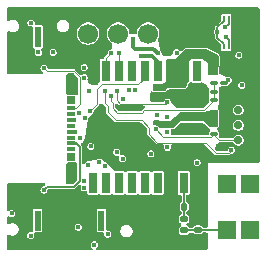
<source format=gbr>
%TF.GenerationSoftware,KiCad,Pcbnew,9.0.6-rc1*%
%TF.CreationDate,2025-11-21T10:50:26+01:00*%
%TF.ProjectId,hardware_V8,68617264-7761-4726-955f-56382e6b6963,rev?*%
%TF.SameCoordinates,Original*%
%TF.FileFunction,Copper,L6,Bot*%
%TF.FilePolarity,Positive*%
%FSLAX46Y46*%
G04 Gerber Fmt 4.6, Leading zero omitted, Abs format (unit mm)*
G04 Created by KiCad (PCBNEW 9.0.6-rc1) date 2025-11-21 10:50:26*
%MOMM*%
%LPD*%
G01*
G04 APERTURE LIST*
G04 Aperture macros list*
%AMRoundRect*
0 Rectangle with rounded corners*
0 $1 Rounding radius*
0 $2 $3 $4 $5 $6 $7 $8 $9 X,Y pos of 4 corners*
0 Add a 4 corners polygon primitive as box body*
4,1,4,$2,$3,$4,$5,$6,$7,$8,$9,$2,$3,0*
0 Add four circle primitives for the rounded corners*
1,1,$1+$1,$2,$3*
1,1,$1+$1,$4,$5*
1,1,$1+$1,$6,$7*
1,1,$1+$1,$8,$9*
0 Add four rect primitives between the rounded corners*
20,1,$1+$1,$2,$3,$4,$5,0*
20,1,$1+$1,$4,$5,$6,$7,0*
20,1,$1+$1,$6,$7,$8,$9,0*
20,1,$1+$1,$8,$9,$2,$3,0*%
G04 Aperture macros list end*
%TA.AperFunction,SMDPad,CuDef*%
%ADD10R,0.240000X0.450000*%
%TD*%
%TA.AperFunction,SMDPad,CuDef*%
%ADD11R,0.500000X0.470000*%
%TD*%
%TA.AperFunction,SMDPad,CuDef*%
%ADD12RoundRect,0.147500X0.172500X-0.147500X0.172500X0.147500X-0.172500X0.147500X-0.172500X-0.147500X0*%
%TD*%
%TA.AperFunction,SMDPad,CuDef*%
%ADD13RoundRect,0.140000X-0.170000X0.140000X-0.170000X-0.140000X0.170000X-0.140000X0.170000X0.140000X0*%
%TD*%
%TA.AperFunction,SMDPad,CuDef*%
%ADD14RoundRect,0.140000X0.140000X0.170000X-0.140000X0.170000X-0.140000X-0.170000X0.140000X-0.170000X0*%
%TD*%
%TA.AperFunction,SMDPad,CuDef*%
%ADD15R,1.540000X1.540000*%
%TD*%
%TA.AperFunction,SMDPad,CuDef*%
%ADD16R,0.750000X1.800000*%
%TD*%
%TA.AperFunction,SMDPad,CuDef*%
%ADD17R,0.600000X1.800000*%
%TD*%
%TA.AperFunction,SMDPad,CuDef*%
%ADD18R,1.300000X0.900000*%
%TD*%
%TA.AperFunction,SMDPad,CuDef*%
%ADD19RoundRect,0.100000X0.217500X0.100000X-0.217500X0.100000X-0.217500X-0.100000X0.217500X-0.100000X0*%
%TD*%
%TA.AperFunction,SMDPad,CuDef*%
%ADD20C,0.700000*%
%TD*%
%TA.AperFunction,SMDPad,CuDef*%
%ADD21R,0.800000X0.650000*%
%TD*%
%TA.AperFunction,SMDPad,CuDef*%
%ADD22R,0.800000X0.300000*%
%TD*%
%TA.AperFunction,ComponentPad*%
%ADD23C,0.800000*%
%TD*%
%TA.AperFunction,ComponentPad*%
%ADD24O,2.150000X1.000000*%
%TD*%
%TA.AperFunction,SMDPad,CuDef*%
%ADD25RoundRect,0.100000X-0.217500X-0.100000X0.217500X-0.100000X0.217500X0.100000X-0.217500X0.100000X0*%
%TD*%
%TA.AperFunction,ComponentPad*%
%ADD26R,1.700000X1.700000*%
%TD*%
%TA.AperFunction,ComponentPad*%
%ADD27C,1.700000*%
%TD*%
%TA.AperFunction,SMDPad,CuDef*%
%ADD28R,0.700000X1.800000*%
%TD*%
%TA.AperFunction,SMDPad,CuDef*%
%ADD29R,0.800000X1.800000*%
%TD*%
%TA.AperFunction,SMDPad,CuDef*%
%ADD30RoundRect,0.140000X-0.140000X-0.170000X0.140000X-0.170000X0.140000X0.170000X-0.140000X0.170000X0*%
%TD*%
%TA.AperFunction,ViaPad*%
%ADD31C,0.400000*%
%TD*%
%TA.AperFunction,Conductor*%
%ADD32C,0.169300*%
%TD*%
%TA.AperFunction,Conductor*%
%ADD33C,0.120000*%
%TD*%
%TA.AperFunction,Conductor*%
%ADD34C,0.300000*%
%TD*%
%TA.AperFunction,Conductor*%
%ADD35C,0.160000*%
%TD*%
%TA.AperFunction,Conductor*%
%ADD36C,0.200000*%
%TD*%
G04 APERTURE END LIST*
D10*
%TO.P,J2,1,1*%
%TO.N,3.3V_AUX*%
X130130000Y-88320000D03*
%TO.P,J2,2,2*%
%TO.N,/OLED_SDA*%
X130530000Y-88320000D03*
%TO.P,J2,3,3*%
%TO.N,GND*%
X130930000Y-88320000D03*
%TO.P,J2,4,4*%
X130930000Y-90770000D03*
%TO.P,J2,5,5*%
%TO.N,/OLED_SCL*%
X130530000Y-90770000D03*
%TO.P,J2,6,6*%
%TO.N,3.3V_AUX*%
X130130000Y-90770000D03*
D11*
%TO.P,J2,7,7*%
%TO.N,GND*%
X129380000Y-88350000D03*
%TO.P,J2,8,8*%
X131680000Y-88350000D03*
%TO.P,J2,9,9*%
X131680000Y-90740000D03*
%TO.P,J2,10,10*%
X129380000Y-90740000D03*
%TD*%
D12*
%TO.P,L1,1*%
%TO.N,Net-(C3-Pad1)*%
X126740000Y-106285000D03*
%TO.P,L1,2*%
%TO.N,Net-(IC4-RF_IN)*%
X126740000Y-105315000D03*
%TD*%
D13*
%TO.P,C3,1*%
%TO.N,Net-(C3-Pad1)*%
X127930000Y-106240000D03*
%TO.P,C3,2*%
%TO.N,GND*%
X127930000Y-107200000D03*
%TD*%
D14*
%TO.P,C2,1*%
%TO.N,Net-(IC4-RF_IN)*%
X126760000Y-104270000D03*
%TO.P,C2,2*%
%TO.N,GND*%
X125800000Y-104270000D03*
%TD*%
D15*
%TO.P,U3,1,1*%
%TO.N,Net-(C3-Pad1)*%
X130430000Y-106265000D03*
%TO.P,U3,2,2*%
%TO.N,unconnected-(U3-Pad2)*%
X130430000Y-102365000D03*
%TO.P,U3,3,3*%
%TO.N,unconnected-(U3-Pad3)*%
X132370000Y-106265000D03*
%TO.P,U3,4,4*%
%TO.N,unconnected-(U3-Pad4)*%
X132370000Y-102365000D03*
%TD*%
D16*
%TO.P,S3,1,COM_1*%
%TO.N,GND*%
X113165000Y-89880000D03*
D17*
%TO.P,S3,2,NO*%
%TO.N,/B_PW*%
X114390000Y-89880000D03*
D16*
%TO.P,S3,3,COM_2*%
%TO.N,GND*%
X115615000Y-89880000D03*
D18*
%TO.P,S3,MP1,MP1*%
X112540000Y-87930000D03*
%TO.P,S3,MP2,MP2*%
X116240000Y-87930000D03*
%TD*%
D19*
%TO.P,C15,1*%
%TO.N,GND*%
X130107500Y-96300000D03*
%TO.P,C15,2*%
%TO.N,+3.3V*%
X129292500Y-96300000D03*
%TD*%
%TO.P,C27,1*%
%TO.N,GND*%
X130107500Y-98100000D03*
%TO.P,C27,2*%
%TO.N,/NRST*%
X129292500Y-98100000D03*
%TD*%
D16*
%TO.P,S1,1,COM_1*%
%TO.N,GND*%
X115575000Y-105450000D03*
D17*
%TO.P,S1,2,NO*%
%TO.N,/B1*%
X114350000Y-105450000D03*
D16*
%TO.P,S1,3,COM_2*%
%TO.N,GND*%
X113125000Y-105450000D03*
D18*
%TO.P,S1,MP1,MP1*%
X116200000Y-107400000D03*
%TO.P,S1,MP2,MP2*%
X112500000Y-107400000D03*
%TD*%
D20*
%TO.P,TP5,1,1*%
%TO.N,/NRST*%
X131350000Y-98650000D03*
%TD*%
D19*
%TO.P,R16,1*%
%TO.N,GND*%
X130112500Y-94530000D03*
%TO.P,R16,2*%
%TO.N,/ADC_BAT*%
X129297500Y-94530000D03*
%TD*%
%TO.P,R10,1*%
%TO.N,BAT+*%
X130107500Y-93800000D03*
%TO.P,R10,2*%
%TO.N,/ADC_BAT*%
X129292500Y-93800000D03*
%TD*%
D14*
%TO.P,C16,1*%
%TO.N,GND*%
X130180000Y-97200000D03*
%TO.P,C16,2*%
%TO.N,+3.3V*%
X129220000Y-97200000D03*
%TD*%
D16*
%TO.P,S2,1,COM_1*%
%TO.N,GND*%
X120975000Y-105450000D03*
D17*
%TO.P,S2,2,NO*%
%TO.N,/B2*%
X119750000Y-105450000D03*
D16*
%TO.P,S2,3,COM_2*%
%TO.N,GND*%
X118525000Y-105450000D03*
D18*
%TO.P,S2,MP1,MP1*%
X121600000Y-107400000D03*
%TO.P,S2,MP2,MP2*%
X117900000Y-107400000D03*
%TD*%
D21*
%TO.P,J1,A1,GND_1*%
%TO.N,GND*%
X117200000Y-100950000D03*
%TO.P,J1,A4,VBUS_1*%
%TO.N,vusb*%
X117200000Y-100100000D03*
D22*
%TO.P,J1,A5,CC1*%
%TO.N,Net-(J1-CC1)*%
X117200000Y-98920000D03*
%TO.P,J1,A6,DP1*%
%TO.N,/D+*%
X117200000Y-97920000D03*
%TO.P,J1,A7,DN1*%
%TO.N,/D-*%
X117200000Y-97420000D03*
%TO.P,J1,A8,SBU1*%
%TO.N,unconnected-(J1-SBU1-PadA8)*%
X117200000Y-96420000D03*
D21*
%TO.P,J1,A9,VBUS_2*%
%TO.N,vusb*%
X117200000Y-95240000D03*
%TO.P,J1,A12,GND_2*%
%TO.N,GND*%
X117200000Y-94390000D03*
D22*
%TO.P,J1,B5,CC2*%
%TO.N,Net-(J1-CC2)*%
X117200000Y-95920000D03*
%TO.P,J1,B6,DP2*%
%TO.N,/D+*%
X117200000Y-96920000D03*
%TO.P,J1,B7,DN2*%
%TO.N,/D-*%
X117200000Y-98420000D03*
%TO.P,J1,B8,SBU2*%
%TO.N,unconnected-(J1-SBU2-PadB8)*%
X117200000Y-99420000D03*
D23*
%TO.P,J1,MH1,MH1*%
%TO.N,GND*%
X117250000Y-101770000D03*
%TO.P,J1,MH2,MH2*%
X117250000Y-93570000D03*
D24*
%TO.P,J1,MH3,MH3*%
X116950000Y-103320000D03*
%TO.P,J1,MH4,MH4*%
X116950000Y-92020000D03*
%TO.P,J1,MH5,MH5*%
X112950000Y-103320000D03*
%TO.P,J1,MH6,MH6*%
X112950000Y-92020000D03*
%TD*%
D25*
%TO.P,C26,1*%
%TO.N,3.3V_GPS*%
X129292500Y-91800000D03*
%TO.P,C26,2*%
%TO.N,GND*%
X130107500Y-91800000D03*
%TD*%
D20*
%TO.P,TP3,1,1*%
%TO.N,/SWCLK*%
X131350000Y-97400000D03*
%TD*%
D26*
%TO.P,J3,1,Pin_1*%
%TO.N,GND*%
X126230000Y-89630000D03*
D27*
%TO.P,J3,2,Pin_2*%
%TO.N,3.3V_AUX*%
X123690000Y-89630000D03*
%TO.P,J3,3,Pin_3*%
%TO.N,/OLED_SCL*%
X121150000Y-89630000D03*
%TO.P,J3,4,Pin_4*%
%TO.N,/OLED_SDA*%
X118610000Y-89630000D03*
%TD*%
D28*
%TO.P,IC4,1,GND_1*%
%TO.N,GND*%
X119030000Y-92770000D03*
D29*
%TO.P,IC4,2,TXD*%
%TO.N,Net-(IC4-TXD)*%
X120130000Y-92770000D03*
%TO.P,IC4,3,RXD*%
%TO.N,Net-(IC4-RXD)*%
X121230000Y-92770000D03*
%TO.P,IC4,4,TIMEPULSE*%
%TO.N,/Peripherial/GPS_TP*%
X122330000Y-92770000D03*
%TO.P,IC4,5,EXTINT*%
%TO.N,/GPS_EXTINT*%
X123430000Y-92770000D03*
%TO.P,IC4,6,V_BCKP*%
%TO.N,Net-(IC4-V_BCKP)*%
X124530000Y-92770000D03*
%TO.P,IC4,7,V_IO*%
%TO.N,3.3V_GPS*%
X125630000Y-92770000D03*
%TO.P,IC4,8,VCC*%
X126730000Y-92770000D03*
D28*
%TO.P,IC4,9,RESET_N*%
%TO.N,unconnected-(IC4-RESET_N-Pad9)*%
X127830000Y-92770000D03*
%TO.P,IC4,10,GND_2*%
%TO.N,GND*%
X127830000Y-102270000D03*
D29*
%TO.P,IC4,11,RF_IN*%
%TO.N,Net-(IC4-RF_IN)*%
X126730000Y-102270000D03*
%TO.P,IC4,12,GND_3*%
%TO.N,GND*%
X125630000Y-102270000D03*
%TO.P,IC4,13,LNA_EN*%
%TO.N,unconnected-(IC4-LNA_EN-Pad13)*%
X124530000Y-102270000D03*
%TO.P,IC4,14,VCC_RF*%
%TO.N,unconnected-(IC4-VCC_RF-Pad14)*%
X123430000Y-102270000D03*
%TO.P,IC4,15,RESERVED*%
%TO.N,unconnected-(IC4-RESERVED-Pad15)*%
X122330000Y-102270000D03*
%TO.P,IC4,16,SDA*%
%TO.N,unconnected-(IC4-SDA-Pad16)*%
X121230000Y-102270000D03*
%TO.P,IC4,17,SCL*%
%TO.N,unconnected-(IC4-SCL-Pad17)*%
X120130000Y-102270000D03*
D28*
%TO.P,IC4,18,SAFEBOOT_N*%
%TO.N,unconnected-(IC4-SAFEBOOT_N-Pad18)*%
X119030000Y-102270000D03*
%TD*%
D20*
%TO.P,TP4,1,1*%
%TO.N,/SWDIO*%
X131350000Y-96100000D03*
%TD*%
%TO.P,TP6,1,1*%
%TO.N,GND*%
X131350000Y-94800000D03*
%TD*%
D25*
%TO.P,C8,1*%
%TO.N,/ADC_BAT*%
X129297500Y-95240000D03*
%TO.P,C8,2*%
%TO.N,GND*%
X130112500Y-95240000D03*
%TD*%
D30*
%TO.P,C28,1*%
%TO.N,3.3V_GPS*%
X129220000Y-92700000D03*
%TO.P,C28,2*%
%TO.N,GND*%
X130180000Y-92700000D03*
%TD*%
D31*
%TO.N,GND*%
X132050000Y-100290000D03*
X131240000Y-100300000D03*
X130550000Y-100300000D03*
X129870000Y-100300000D03*
X129180000Y-100300000D03*
X128530000Y-100300000D03*
%TO.N,/SPI_CS*%
X127857500Y-100550000D03*
%TO.N,3.3V_AUX*%
X129580000Y-89450000D03*
%TO.N,/OLED_SCL*%
X130270000Y-89880000D03*
%TO.N,/OLED_SDA*%
X130260000Y-89050000D03*
%TO.N,GND*%
X132830000Y-100290000D03*
X132830000Y-99590000D03*
X132830000Y-98890000D03*
X132830000Y-98190000D03*
X132830000Y-97490000D03*
X132830000Y-96790000D03*
X132830000Y-96090000D03*
X132830000Y-95390000D03*
X132830000Y-94690000D03*
X132830000Y-93990000D03*
X132830000Y-93290000D03*
X132830000Y-92590000D03*
X132830000Y-91890000D03*
X132830000Y-91190000D03*
X132830000Y-90490000D03*
X132830000Y-89790000D03*
X132830000Y-89090000D03*
X132830000Y-88390000D03*
X132830000Y-87690000D03*
X125160000Y-107610000D03*
X127880000Y-104230000D03*
X127940000Y-107610000D03*
X125100000Y-104220000D03*
X128340000Y-102920000D03*
X128330000Y-102310000D03*
X128340000Y-101660000D03*
X128350000Y-101040000D03*
%TO.N,+3.3V*%
X124400000Y-97180000D03*
X113770000Y-106720000D03*
X124550000Y-91300000D03*
X118600000Y-100750000D03*
X122450000Y-90100000D03*
X118750000Y-94500000D03*
X123950000Y-99800000D03*
X120300000Y-106600000D03*
X113800000Y-88720000D03*
%TO.N,vusb*%
X118300000Y-102100000D03*
X118300000Y-102670000D03*
X117200000Y-100100000D03*
X117200000Y-95240000D03*
%TO.N,/B2*%
X119750000Y-105450000D03*
X120060000Y-100830000D03*
%TO.N,/B1*%
X119560000Y-100500000D03*
X114350000Y-105450000D03*
%TO.N,/AUX_EN*%
X122630000Y-94390000D03*
X126127500Y-91240000D03*
%TO.N,3.3V_AUX*%
X125350000Y-97980000D03*
X125350000Y-99250000D03*
%TO.N,Net-(J1-CC1)*%
X114890000Y-102862500D03*
%TO.N,Net-(J1-CC2)*%
X114900000Y-92547500D03*
%TO.N,Net-(U1-PB5)*%
X121050000Y-99650000D03*
X115670000Y-91200000D03*
%TO.N,/B_PW*%
X124450000Y-96500000D03*
X114390000Y-89880000D03*
%TO.N,Net-(U1-PB6)*%
X121550000Y-100200000D03*
X114420000Y-91220000D03*
%TO.N,BAT+*%
X117800000Y-106000000D03*
X131400000Y-91450000D03*
X130500000Y-93550000D03*
%TO.N,Net-(IC4-V_BCKP)*%
X123150000Y-91500000D03*
%TO.N,3.3V_GPS*%
X124350000Y-94150000D03*
X125000000Y-94150000D03*
%TO.N,/NRST*%
X131350000Y-98650000D03*
X124350000Y-97700000D03*
%TO.N,/D+*%
X117450000Y-96920000D03*
X117550000Y-97920000D03*
%TO.N,/D-*%
X117070000Y-97410000D03*
X117070000Y-98430000D03*
%TO.N,Net-(IC4-RXD)*%
X121250000Y-91250000D03*
%TO.N,Net-(IC4-TXD)*%
X120600000Y-91250000D03*
%TO.N,/OLED_SCL*%
X118300000Y-93350000D03*
X118350000Y-96750000D03*
%TO.N,/OLED_SDA*%
X117900000Y-96350000D03*
X118300000Y-92500000D03*
%TO.N,/SPI_CS*%
X120050000Y-94460000D03*
X130770000Y-99490000D03*
%TO.N,/SWCLK*%
X131350000Y-97400000D03*
X118865000Y-99180000D03*
%TO.N,/SWDIO*%
X117970000Y-98500000D03*
X131350000Y-96100000D03*
%TO.N,/SPI_MISO*%
X121550000Y-95190000D03*
X131640000Y-94000000D03*
%TO.N,/SPI_CLK*%
X122060000Y-94390000D03*
X125350000Y-96710000D03*
%TO.N,/SPI_MOSI*%
X121050000Y-94450000D03*
X125350000Y-95440000D03*
%TO.N,GND*%
X128200000Y-97345000D03*
X124150000Y-94750000D03*
X125500000Y-94550000D03*
X112190000Y-89760000D03*
X117200000Y-100950000D03*
X117050000Y-107200000D03*
X129665000Y-87630000D03*
X121910000Y-87630000D03*
X126700000Y-99245000D03*
X119802500Y-95930000D03*
X131050000Y-95440000D03*
X121302500Y-95930000D03*
X126050000Y-94550000D03*
X121180000Y-107450000D03*
X131780000Y-87630000D03*
X119802500Y-97430000D03*
X130370000Y-87630000D03*
X122650000Y-104250000D03*
X117900000Y-107400000D03*
X119850000Y-89790000D03*
X117050000Y-106300000D03*
X124025000Y-87630000D03*
X122802500Y-97430000D03*
X124730000Y-87630000D03*
X115410000Y-91790000D03*
X120400000Y-90650000D03*
X119700000Y-90950000D03*
X124870000Y-100100000D03*
X125435000Y-87630000D03*
X113125000Y-105450000D03*
X119080000Y-104700000D03*
X131400000Y-92410000D03*
X112040000Y-87630000D03*
X122440000Y-89500000D03*
X119795000Y-87630000D03*
X127550000Y-87630000D03*
X119780000Y-107460000D03*
X118230000Y-105430000D03*
X122650000Y-103560000D03*
X115350000Y-106200000D03*
X114860000Y-87630000D03*
X120500000Y-87630000D03*
X124870000Y-103560000D03*
X118930000Y-99810000D03*
X123320000Y-87630000D03*
X126140000Y-87630000D03*
X126700000Y-97345000D03*
X114092500Y-107400000D03*
X122650000Y-107010000D03*
X121970000Y-107430000D03*
X115400000Y-103650000D03*
X128200000Y-99245000D03*
X126700000Y-95445000D03*
X121515000Y-103800000D03*
X114440000Y-91790000D03*
X112500000Y-107400000D03*
X119090000Y-87630000D03*
X112200000Y-91120000D03*
X120975000Y-105450000D03*
X128290000Y-94120000D03*
X114155000Y-87630000D03*
X124950000Y-90190000D03*
X125630000Y-102270000D03*
X124130000Y-103560000D03*
X120460000Y-107450000D03*
X122802500Y-95930000D03*
X112190000Y-90420000D03*
X129700000Y-99245000D03*
X116380000Y-89810000D03*
X128960000Y-87630000D03*
X126845000Y-87630000D03*
X117680000Y-87630000D03*
X129100000Y-90550000D03*
X122615000Y-87630000D03*
X115030000Y-88630000D03*
X131075000Y-87630000D03*
X127550000Y-90550000D03*
X121302500Y-97430000D03*
X125600000Y-102850000D03*
X116975000Y-87630000D03*
X122650000Y-107700000D03*
X114400000Y-103650000D03*
X117350000Y-89800000D03*
X125312500Y-91240000D03*
X121205000Y-87630000D03*
X118385000Y-87630000D03*
X122802500Y-98930000D03*
X128200000Y-95445000D03*
X122650000Y-106320000D03*
X125610000Y-103560000D03*
X119802500Y-98930000D03*
X122650000Y-104940000D03*
X122650000Y-105630000D03*
X131350000Y-94800000D03*
X121302500Y-98930000D03*
X117200000Y-94390000D03*
X128255000Y-87630000D03*
X120970000Y-106340000D03*
X123390000Y-103560000D03*
X121507500Y-104500000D03*
%TO.N,Net-(IC5-~{CHRG})*%
X112150000Y-104850000D03*
X119150000Y-107500000D03*
%TO.N,/GPS_EXTINT*%
X118800000Y-96180000D03*
%TO.N,/ADC_BAT*%
X120540000Y-94890000D03*
%TD*%
D32*
%TO.N,/OLED_SCL*%
X130530000Y-90140000D02*
X130530000Y-90770000D01*
X130270000Y-89880000D02*
X130530000Y-90140000D01*
%TO.N,3.3V_AUX*%
X129580000Y-89450000D02*
X129580000Y-89970000D01*
%TO.N,/OLED_SDA*%
X130530000Y-88780000D02*
X130260000Y-89050000D01*
X130530000Y-88320000D02*
X130530000Y-88780000D01*
%TO.N,3.3V_AUX*%
X130130000Y-90520000D02*
X130130000Y-90770000D01*
X129580000Y-89970000D02*
X130130000Y-90520000D01*
X129580000Y-89100000D02*
X129580000Y-89450000D01*
X130130000Y-88550000D02*
X129580000Y-89100000D01*
X130130000Y-88320000D02*
X130130000Y-88550000D01*
%TO.N,Net-(IC4-RF_IN)*%
X126740000Y-105295000D02*
X126740000Y-105315000D01*
%TO.N,Net-(C3-Pad1)*%
X126755000Y-106280000D02*
X127920000Y-106280000D01*
%TO.N,Net-(IC4-RF_IN)*%
X126730000Y-102270000D02*
X126750000Y-102290000D01*
%TO.N,Net-(C3-Pad1)*%
X126750000Y-106285000D02*
X126755000Y-106280000D01*
%TO.N,Net-(IC4-RF_IN)*%
X126750000Y-102290000D02*
X126750000Y-105285000D01*
X126750000Y-105285000D02*
X126740000Y-105295000D01*
%TO.N,Net-(C3-Pad1)*%
X126740000Y-106285000D02*
X126750000Y-106285000D01*
X130425000Y-106260000D02*
X130430000Y-106265000D01*
X127930000Y-106240000D02*
X127950000Y-106260000D01*
X127950000Y-106260000D02*
X130425000Y-106260000D01*
D33*
%TO.N,/SPI_CS*%
X120050000Y-95510000D02*
X120050000Y-94460000D01*
X120300000Y-95760000D02*
X120050000Y-95510000D01*
X120300000Y-96300000D02*
X120300000Y-95760000D01*
X123170000Y-96980000D02*
X120980000Y-96980000D01*
X123800000Y-98150000D02*
X123800000Y-97610000D01*
X120980000Y-96980000D02*
X120300000Y-96300000D01*
X124500000Y-98850000D02*
X123800000Y-98150000D01*
X128600000Y-98850000D02*
X124500000Y-98850000D01*
X130530000Y-99730000D02*
X129480000Y-99730000D01*
X130770000Y-99490000D02*
X130530000Y-99730000D01*
X129480000Y-99730000D02*
X128600000Y-98850000D01*
X123800000Y-97610000D02*
X123170000Y-96980000D01*
D34*
%TO.N,+3.3V*%
X122450000Y-90750000D02*
X122600000Y-90900000D01*
X124150000Y-90900000D02*
X124550000Y-91300000D01*
X122450000Y-90100000D02*
X122450000Y-90750000D01*
X122600000Y-90900000D02*
X124150000Y-90900000D01*
D35*
%TO.N,Net-(J1-CC1)*%
X117200000Y-98920000D02*
X117210000Y-98930000D01*
X117620000Y-98920000D02*
X117910000Y-99210000D01*
X117910000Y-102090000D02*
X117430000Y-102570000D01*
X117910000Y-99210000D02*
X117910000Y-102090000D01*
X117210000Y-98930000D02*
X117530000Y-98930000D01*
X117200000Y-98920000D02*
X117620000Y-98920000D01*
X117430000Y-102570000D02*
X115182500Y-102570000D01*
X115182500Y-102570000D02*
X114890000Y-102862500D01*
D33*
%TO.N,Net-(J1-CC2)*%
X117600000Y-95920000D02*
X117930000Y-95590000D01*
X117930000Y-93280000D02*
X117470000Y-92820000D01*
X117470000Y-92820000D02*
X115172500Y-92820000D01*
X115172500Y-92820000D02*
X114900000Y-92547500D01*
X117200000Y-95920000D02*
X117600000Y-95920000D01*
X117930000Y-95590000D02*
X117930000Y-93280000D01*
%TO.N,/B_PW*%
X124550000Y-96500000D02*
X124450000Y-96500000D01*
D36*
%TO.N,BAT+*%
X130500000Y-93650000D02*
X130350000Y-93800000D01*
X130350000Y-93800000D02*
X130107500Y-93800000D01*
X130500000Y-93550000D02*
X130500000Y-93650000D01*
D34*
%TO.N,Net-(IC4-V_BCKP)*%
X123150000Y-91500000D02*
X124000000Y-91500000D01*
X124530000Y-92030000D02*
X124530000Y-92770000D01*
X124000000Y-91500000D02*
X124530000Y-92030000D01*
D35*
X124530000Y-92080000D02*
X124530000Y-92770000D01*
D33*
%TO.N,/NRST*%
X125000000Y-98350000D02*
X129042500Y-98350000D01*
X129042500Y-98350000D02*
X129292500Y-98100000D01*
X129292500Y-98100000D02*
X129292500Y-98242500D01*
X129292500Y-98242500D02*
X129700000Y-98650000D01*
X129700000Y-98650000D02*
X131350000Y-98650000D01*
X124350000Y-97700000D02*
X125000000Y-98350000D01*
%TO.N,Net-(IC4-RXD)*%
X121250000Y-92750000D02*
X121250000Y-91250000D01*
X121230000Y-92770000D02*
X121250000Y-92750000D01*
%TO.N,Net-(IC4-TXD)*%
X120130000Y-92770000D02*
X120130000Y-91720000D01*
X120130000Y-91720000D02*
X120600000Y-91250000D01*
%TO.N,/SPI_MOSI*%
X121330000Y-95550000D02*
X125240000Y-95550000D01*
X121050000Y-95270000D02*
X121330000Y-95550000D01*
X121050000Y-94450000D02*
X121050000Y-95270000D01*
X125240000Y-95550000D02*
X125350000Y-95440000D01*
%TO.N,/GPS_EXTINT*%
X119820000Y-93930000D02*
X119400000Y-94350000D01*
X123430000Y-93370000D02*
X122870000Y-93930000D01*
X123430000Y-92770000D02*
X123430000Y-93370000D01*
X122870000Y-93930000D02*
X119820000Y-93930000D01*
X119400000Y-94350000D02*
X119400000Y-95580000D01*
X119400000Y-95580000D02*
X118800000Y-96180000D01*
%TO.N,/ADC_BAT*%
X120730000Y-95490000D02*
X120730000Y-95950000D01*
X120730000Y-95950000D02*
X121100000Y-96320000D01*
X129292500Y-95235000D02*
X129297500Y-95240000D01*
X121100000Y-96320000D02*
X123190000Y-96320000D01*
X129292500Y-93800000D02*
X129292500Y-95235000D01*
X120552500Y-94902500D02*
X120552500Y-95312500D01*
X123400000Y-96110000D02*
X128427500Y-96110000D01*
X120552500Y-95312500D02*
X120730000Y-95490000D01*
X120540000Y-94890000D02*
X120552500Y-94902500D01*
X123190000Y-96320000D02*
X123400000Y-96110000D01*
X128427500Y-96110000D02*
X129297500Y-95240000D01*
%TD*%
%TA.AperFunction,Conductor*%
%TO.N,GND*%
G36*
X133025615Y-87400291D02*
G01*
X133092636Y-87420038D01*
X133138342Y-87472884D01*
X133149500Y-87524291D01*
X133149500Y-100456000D01*
X133129815Y-100523039D01*
X133077011Y-100568794D01*
X133025500Y-100580000D01*
X128760000Y-100580000D01*
X128760000Y-105950850D01*
X128757449Y-105959535D01*
X128758738Y-105968497D01*
X128747759Y-105992537D01*
X128740315Y-106017889D01*
X128733474Y-106023816D01*
X128729713Y-106032053D01*
X128707478Y-106046342D01*
X128687511Y-106063644D01*
X128676996Y-106065931D01*
X128670935Y-106069827D01*
X128636000Y-106074850D01*
X128437852Y-106074850D01*
X128370813Y-106055165D01*
X128335749Y-106014699D01*
X128333331Y-106016316D01*
X128320532Y-105997161D01*
X128273391Y-105926609D01*
X128193839Y-105873454D01*
X128193837Y-105873453D01*
X128193834Y-105873452D01*
X128123691Y-105859500D01*
X128123688Y-105859500D01*
X127736312Y-105859500D01*
X127736309Y-105859500D01*
X127666165Y-105873452D01*
X127666161Y-105873454D01*
X127586609Y-105926609D01*
X127533454Y-106006161D01*
X127528779Y-106017447D01*
X127524807Y-106015801D01*
X127520947Y-106023178D01*
X127507761Y-106052053D01*
X127504863Y-106053915D01*
X127503267Y-106056966D01*
X127475684Y-106072667D01*
X127448983Y-106089827D01*
X127444375Y-106090489D01*
X127442546Y-106091531D01*
X127414048Y-106094850D01*
X127248549Y-106094850D01*
X127181510Y-106075165D01*
X127145447Y-106039741D01*
X127091298Y-105958702D01*
X127081732Y-105952310D01*
X127009265Y-105903889D01*
X127009262Y-105903888D01*
X127008087Y-105903103D01*
X126963281Y-105849491D01*
X126954574Y-105780166D01*
X126984728Y-105717138D01*
X127008087Y-105696897D01*
X127009262Y-105696111D01*
X127009265Y-105696111D01*
X127091298Y-105641298D01*
X127146111Y-105559265D01*
X127160500Y-105486928D01*
X127160500Y-105143072D01*
X127160500Y-105143069D01*
X127160499Y-105143067D01*
X127146112Y-105070739D01*
X127146111Y-105070738D01*
X127146111Y-105070735D01*
X127145318Y-105069548D01*
X127091298Y-104988701D01*
X126999111Y-104927104D01*
X127000131Y-104925577D01*
X126996127Y-104922350D01*
X126977947Y-104914048D01*
X126969480Y-104900873D01*
X126957288Y-104891047D01*
X126950978Y-104872083D01*
X126940173Y-104855270D01*
X126936207Y-104827693D01*
X126935229Y-104824751D01*
X126935150Y-104820335D01*
X126935150Y-104772039D01*
X126954835Y-104705000D01*
X126990260Y-104668936D01*
X126993836Y-104666546D01*
X126993839Y-104666546D01*
X127073391Y-104613391D01*
X127126546Y-104533839D01*
X127140500Y-104463688D01*
X127140500Y-104076312D01*
X127140500Y-104076309D01*
X127140499Y-104076307D01*
X127126547Y-104006165D01*
X127126546Y-104006164D01*
X127126546Y-104006161D01*
X127073391Y-103926609D01*
X126993839Y-103873454D01*
X126990258Y-103871061D01*
X126945454Y-103817448D01*
X126935150Y-103767959D01*
X126935150Y-103394499D01*
X126954835Y-103327460D01*
X127007639Y-103281705D01*
X127059150Y-103270499D01*
X127139895Y-103270499D01*
X127139898Y-103270499D01*
X127169213Y-103264669D01*
X127202457Y-103242457D01*
X127224669Y-103209213D01*
X127230500Y-103179899D01*
X127230499Y-101360102D01*
X127224669Y-101330787D01*
X127220269Y-101324201D01*
X127202457Y-101297542D01*
X127169214Y-101275332D01*
X127169215Y-101275332D01*
X127169213Y-101275331D01*
X127169211Y-101275330D01*
X127169208Y-101275329D01*
X127139901Y-101269500D01*
X126320105Y-101269500D01*
X126320097Y-101269501D01*
X126290787Y-101275330D01*
X126257542Y-101297542D01*
X126235332Y-101330785D01*
X126235329Y-101330791D01*
X126229500Y-101360098D01*
X126229500Y-103179894D01*
X126229501Y-103179902D01*
X126235330Y-103209212D01*
X126257542Y-103242457D01*
X126274219Y-103253599D01*
X126290787Y-103264669D01*
X126290790Y-103264669D01*
X126290791Y-103264670D01*
X126300647Y-103266630D01*
X126320101Y-103270500D01*
X126440850Y-103270499D01*
X126507889Y-103290183D01*
X126553644Y-103342987D01*
X126564850Y-103394499D01*
X126564850Y-103781323D01*
X126545165Y-103848362D01*
X126509742Y-103884425D01*
X126446608Y-103926610D01*
X126393454Y-104006161D01*
X126393452Y-104006165D01*
X126379500Y-104076307D01*
X126379500Y-104463692D01*
X126393452Y-104533834D01*
X126393453Y-104533837D01*
X126393454Y-104533839D01*
X126446609Y-104613391D01*
X126509741Y-104655575D01*
X126514831Y-104661665D01*
X126522053Y-104664963D01*
X126536916Y-104688090D01*
X126554546Y-104709186D01*
X126556497Y-104718560D01*
X126559827Y-104723741D01*
X126564850Y-104758676D01*
X126564850Y-104813403D01*
X126545165Y-104880442D01*
X126492361Y-104926197D01*
X126478478Y-104930681D01*
X126470732Y-104933890D01*
X126388701Y-104988701D01*
X126333890Y-105070732D01*
X126333887Y-105070739D01*
X126319500Y-105143067D01*
X126319500Y-105486932D01*
X126333887Y-105559260D01*
X126333890Y-105559267D01*
X126388700Y-105641297D01*
X126471913Y-105696898D01*
X126516718Y-105750510D01*
X126525425Y-105819835D01*
X126495271Y-105882862D01*
X126471913Y-105903102D01*
X126388700Y-105958702D01*
X126333890Y-106040732D01*
X126333887Y-106040739D01*
X126319500Y-106113067D01*
X126319500Y-106456932D01*
X126333887Y-106529260D01*
X126333890Y-106529267D01*
X126388701Y-106611298D01*
X126449283Y-106651777D01*
X126470735Y-106666111D01*
X126470738Y-106666111D01*
X126470739Y-106666112D01*
X126543067Y-106680499D01*
X126543070Y-106680500D01*
X126543072Y-106680500D01*
X126936930Y-106680500D01*
X126936931Y-106680499D01*
X127009265Y-106666111D01*
X127077522Y-106620503D01*
X127091297Y-106611299D01*
X127094473Y-106606547D01*
X127125282Y-106560438D01*
X127152129Y-106520259D01*
X127158220Y-106515168D01*
X127161518Y-106507947D01*
X127184645Y-106493083D01*
X127205741Y-106475454D01*
X127215115Y-106473502D01*
X127220296Y-106470173D01*
X127255231Y-106465150D01*
X127461369Y-106465150D01*
X127528408Y-106484835D01*
X127564470Y-106520258D01*
X127586609Y-106553391D01*
X127666161Y-106606546D01*
X127666164Y-106606546D01*
X127666165Y-106606547D01*
X127736307Y-106620499D01*
X127736310Y-106620500D01*
X127736312Y-106620500D01*
X128123690Y-106620500D01*
X128123691Y-106620499D01*
X128193839Y-106606546D01*
X128273391Y-106553391D01*
X128308892Y-106500259D01*
X128314982Y-106495169D01*
X128318281Y-106487947D01*
X128341411Y-106473082D01*
X128362504Y-106455454D01*
X128371878Y-106453502D01*
X128377059Y-106450173D01*
X128411994Y-106445150D01*
X128636000Y-106445150D01*
X128703039Y-106464835D01*
X128748794Y-106517639D01*
X128760000Y-106569150D01*
X128760000Y-107835500D01*
X128740315Y-107902539D01*
X128687511Y-107948294D01*
X128636000Y-107959500D01*
X119414344Y-107959500D01*
X119347305Y-107939815D01*
X119301550Y-107887011D01*
X119291606Y-107817853D01*
X119320631Y-107754297D01*
X119328984Y-107746427D01*
X119328764Y-107746207D01*
X119334511Y-107740460D01*
X119390460Y-107684511D01*
X119430021Y-107615989D01*
X119450500Y-107539562D01*
X119450500Y-107460438D01*
X119430021Y-107384011D01*
X119430017Y-107384004D01*
X119390464Y-107315495D01*
X119390458Y-107315487D01*
X119334512Y-107259541D01*
X119334504Y-107259535D01*
X119265995Y-107219982D01*
X119265990Y-107219979D01*
X119240513Y-107213152D01*
X119189562Y-107199500D01*
X119110438Y-107199500D01*
X119072224Y-107209739D01*
X119034009Y-107219979D01*
X119034004Y-107219982D01*
X118965495Y-107259535D01*
X118965487Y-107259541D01*
X118909541Y-107315487D01*
X118909535Y-107315495D01*
X118869982Y-107384004D01*
X118869979Y-107384009D01*
X118856326Y-107434962D01*
X118849500Y-107460438D01*
X118849500Y-107539562D01*
X118863152Y-107590513D01*
X118869979Y-107615990D01*
X118869982Y-107615995D01*
X118909535Y-107684504D01*
X118909541Y-107684512D01*
X118971236Y-107746207D01*
X118969234Y-107748208D01*
X119002343Y-107793547D01*
X119006501Y-107863292D01*
X118972292Y-107924214D01*
X118910576Y-107956970D01*
X118885656Y-107959500D01*
X111894500Y-107959500D01*
X111827461Y-107939815D01*
X111781706Y-107887011D01*
X111770500Y-107835500D01*
X111770500Y-106759164D01*
X111790185Y-106692125D01*
X111842989Y-106646370D01*
X111912147Y-106636426D01*
X111956499Y-106651776D01*
X112022164Y-106689688D01*
X112155817Y-106725500D01*
X112155819Y-106725500D01*
X112294181Y-106725500D01*
X112294183Y-106725500D01*
X112427836Y-106689688D01*
X112443858Y-106680438D01*
X113469500Y-106680438D01*
X113469500Y-106759562D01*
X113483152Y-106810513D01*
X113489979Y-106835990D01*
X113489982Y-106835995D01*
X113529535Y-106904504D01*
X113529539Y-106904509D01*
X113529540Y-106904511D01*
X113585489Y-106960460D01*
X113585491Y-106960461D01*
X113585495Y-106960464D01*
X113654004Y-107000017D01*
X113654011Y-107000021D01*
X113730438Y-107020500D01*
X113730440Y-107020500D01*
X113809560Y-107020500D01*
X113809562Y-107020500D01*
X113885989Y-107000021D01*
X113954511Y-106960460D01*
X114010460Y-106904511D01*
X114050021Y-106835989D01*
X114070500Y-106759562D01*
X114070500Y-106680438D01*
X114050713Y-106606593D01*
X114052375Y-106536744D01*
X114091536Y-106478881D01*
X114155765Y-106451376D01*
X114170473Y-106450499D01*
X114659898Y-106450499D01*
X114689213Y-106444669D01*
X114722457Y-106422457D01*
X114744669Y-106389213D01*
X114744670Y-106389208D01*
X114750500Y-106359901D01*
X114750500Y-105960438D01*
X117499500Y-105960438D01*
X117499500Y-106039562D01*
X117505953Y-106063644D01*
X117519979Y-106115990D01*
X117519982Y-106115995D01*
X117559535Y-106184504D01*
X117559539Y-106184509D01*
X117559540Y-106184511D01*
X117615489Y-106240460D01*
X117615491Y-106240461D01*
X117615495Y-106240464D01*
X117665235Y-106269181D01*
X117684011Y-106280021D01*
X117760438Y-106300500D01*
X117760440Y-106300500D01*
X117839560Y-106300500D01*
X117839562Y-106300500D01*
X117915989Y-106280021D01*
X117984511Y-106240460D01*
X118040460Y-106184511D01*
X118080021Y-106115989D01*
X118100500Y-106039562D01*
X118100500Y-105960438D01*
X118080021Y-105884011D01*
X118076167Y-105877335D01*
X118040464Y-105815495D01*
X118040458Y-105815487D01*
X117984512Y-105759541D01*
X117984504Y-105759535D01*
X117915995Y-105719982D01*
X117915990Y-105719979D01*
X117890513Y-105713152D01*
X117839562Y-105699500D01*
X117760438Y-105699500D01*
X117722224Y-105709739D01*
X117684009Y-105719979D01*
X117684004Y-105719982D01*
X117615495Y-105759535D01*
X117615487Y-105759541D01*
X117559541Y-105815487D01*
X117559535Y-105815495D01*
X117519982Y-105884004D01*
X117519979Y-105884009D01*
X117508565Y-105926609D01*
X117499500Y-105960438D01*
X114750500Y-105960438D01*
X114750500Y-105952310D01*
X114750499Y-104540106D01*
X114750498Y-104540098D01*
X119349500Y-104540098D01*
X119349500Y-106359894D01*
X119349501Y-106359902D01*
X119355330Y-106389212D01*
X119377542Y-106422457D01*
X119394219Y-106433599D01*
X119410787Y-106444669D01*
X119410790Y-106444669D01*
X119410791Y-106444670D01*
X119420647Y-106446630D01*
X119440101Y-106450500D01*
X119875500Y-106450499D01*
X119942539Y-106470183D01*
X119988294Y-106522987D01*
X119999500Y-106574499D01*
X119999500Y-106639562D01*
X120010452Y-106680435D01*
X120019979Y-106715990D01*
X120019982Y-106715995D01*
X120059535Y-106784504D01*
X120059539Y-106784509D01*
X120059540Y-106784511D01*
X120115489Y-106840460D01*
X120115491Y-106840461D01*
X120115495Y-106840464D01*
X120176180Y-106875500D01*
X120184011Y-106880021D01*
X120260438Y-106900500D01*
X120260440Y-106900500D01*
X120339560Y-106900500D01*
X120339562Y-106900500D01*
X120415989Y-106880021D01*
X120484511Y-106840460D01*
X120540460Y-106784511D01*
X120580021Y-106715989D01*
X120600500Y-106639562D01*
X120600500Y-106560438D01*
X120580021Y-106484011D01*
X120573711Y-106473082D01*
X120540464Y-106415495D01*
X120540458Y-106415487D01*
X120484512Y-106359541D01*
X120484504Y-106359535D01*
X120415995Y-106319982D01*
X120415990Y-106319979D01*
X120390513Y-106313152D01*
X120339562Y-106299500D01*
X120274499Y-106299500D01*
X120210872Y-106280817D01*
X121349500Y-106280817D01*
X121349500Y-106419183D01*
X121380664Y-106535487D01*
X121385312Y-106552835D01*
X121385313Y-106552838D01*
X121454492Y-106672661D01*
X121454494Y-106672664D01*
X121454495Y-106672665D01*
X121552335Y-106770505D01*
X121672164Y-106839688D01*
X121805817Y-106875500D01*
X121805819Y-106875500D01*
X121944181Y-106875500D01*
X121944183Y-106875500D01*
X122077836Y-106839688D01*
X122197665Y-106770505D01*
X122295505Y-106672665D01*
X122364688Y-106552836D01*
X122400500Y-106419183D01*
X122400500Y-106280817D01*
X122364688Y-106147164D01*
X122316468Y-106063644D01*
X122295507Y-106027338D01*
X122295503Y-106027333D01*
X122197666Y-105929496D01*
X122197661Y-105929492D01*
X122077838Y-105860313D01*
X122077837Y-105860312D01*
X122077836Y-105860312D01*
X121944183Y-105824500D01*
X121805817Y-105824500D01*
X121672164Y-105860312D01*
X121672161Y-105860313D01*
X121552338Y-105929492D01*
X121552333Y-105929496D01*
X121454496Y-106027333D01*
X121454492Y-106027338D01*
X121385313Y-106147161D01*
X121385312Y-106147164D01*
X121349500Y-106280817D01*
X120210872Y-106280817D01*
X120207460Y-106279815D01*
X120161705Y-106227011D01*
X120150499Y-106175500D01*
X120150499Y-104540105D01*
X120150498Y-104540097D01*
X120144669Y-104510787D01*
X120122457Y-104477542D01*
X120089214Y-104455332D01*
X120089215Y-104455332D01*
X120089213Y-104455331D01*
X120089211Y-104455330D01*
X120089208Y-104455329D01*
X120059901Y-104449500D01*
X119440105Y-104449500D01*
X119440097Y-104449501D01*
X119410787Y-104455330D01*
X119377542Y-104477542D01*
X119355332Y-104510785D01*
X119355329Y-104510791D01*
X119349500Y-104540098D01*
X114750498Y-104540098D01*
X114750498Y-104540096D01*
X114744669Y-104510787D01*
X114722457Y-104477542D01*
X114689214Y-104455332D01*
X114689215Y-104455332D01*
X114689213Y-104455331D01*
X114689211Y-104455330D01*
X114689208Y-104455329D01*
X114659901Y-104449500D01*
X114040105Y-104449500D01*
X114040097Y-104449501D01*
X114010787Y-104455330D01*
X113977542Y-104477542D01*
X113955332Y-104510785D01*
X113955329Y-104510791D01*
X113949500Y-104540098D01*
X113949500Y-106296528D01*
X113929815Y-106363567D01*
X113877011Y-106409322D01*
X113817690Y-106418213D01*
X113817690Y-106419500D01*
X113809562Y-106419500D01*
X113730438Y-106419500D01*
X113692224Y-106429739D01*
X113654009Y-106439979D01*
X113654004Y-106439982D01*
X113585495Y-106479535D01*
X113585487Y-106479541D01*
X113529541Y-106535487D01*
X113529535Y-106535495D01*
X113489982Y-106604004D01*
X113489979Y-106604009D01*
X113481293Y-106636426D01*
X113469500Y-106680438D01*
X112443858Y-106680438D01*
X112547665Y-106620505D01*
X112645505Y-106522665D01*
X112714688Y-106402836D01*
X112750500Y-106269183D01*
X112750500Y-106130817D01*
X112714688Y-105997164D01*
X112660382Y-105903102D01*
X112645507Y-105877338D01*
X112645503Y-105877333D01*
X112547666Y-105779496D01*
X112547661Y-105779492D01*
X112427838Y-105710313D01*
X112427837Y-105710312D01*
X112427836Y-105710312D01*
X112294183Y-105674500D01*
X112155817Y-105674500D01*
X112022164Y-105710312D01*
X112022163Y-105710312D01*
X111956499Y-105748223D01*
X111888598Y-105764694D01*
X111822572Y-105741842D01*
X111779382Y-105686920D01*
X111770500Y-105640835D01*
X111770500Y-105192286D01*
X111790185Y-105125247D01*
X111842989Y-105079492D01*
X111912147Y-105069548D01*
X111957213Y-105088538D01*
X111958450Y-105086397D01*
X112025742Y-105125247D01*
X112034011Y-105130021D01*
X112110438Y-105150500D01*
X112110440Y-105150500D01*
X112189560Y-105150500D01*
X112189562Y-105150500D01*
X112265989Y-105130021D01*
X112334511Y-105090460D01*
X112390460Y-105034511D01*
X112430021Y-104965989D01*
X112450500Y-104889562D01*
X112450500Y-104810438D01*
X112430021Y-104734011D01*
X112424092Y-104723741D01*
X112390464Y-104665495D01*
X112390458Y-104665487D01*
X112334512Y-104609541D01*
X112334504Y-104609535D01*
X112265995Y-104569982D01*
X112265990Y-104569979D01*
X112240513Y-104563152D01*
X112189562Y-104549500D01*
X112110438Y-104549500D01*
X112072224Y-104559739D01*
X112034009Y-104569979D01*
X112034004Y-104569982D01*
X111958450Y-104613603D01*
X111957008Y-104611106D01*
X111904815Y-104631283D01*
X111836370Y-104617244D01*
X111786382Y-104568429D01*
X111770500Y-104507713D01*
X111770500Y-102424500D01*
X111790185Y-102357461D01*
X111842989Y-102311706D01*
X111894500Y-102300500D01*
X114897371Y-102300500D01*
X114918616Y-102306738D01*
X114940705Y-102308318D01*
X114951488Y-102316390D01*
X114964410Y-102320185D01*
X114978909Y-102336918D01*
X114996638Y-102350190D01*
X115001345Y-102362810D01*
X115010165Y-102372989D01*
X115013316Y-102394906D01*
X115021055Y-102415654D01*
X115018192Y-102428814D01*
X115020109Y-102442147D01*
X115010909Y-102462290D01*
X115006203Y-102483927D01*
X114992934Y-102501652D01*
X114991084Y-102505703D01*
X114985052Y-102512181D01*
X114971552Y-102525681D01*
X114910229Y-102559166D01*
X114883871Y-102562000D01*
X114850438Y-102562000D01*
X114812224Y-102572239D01*
X114774009Y-102582479D01*
X114774004Y-102582482D01*
X114705495Y-102622035D01*
X114705487Y-102622041D01*
X114649541Y-102677987D01*
X114649535Y-102677995D01*
X114609982Y-102746504D01*
X114609979Y-102746509D01*
X114608910Y-102750500D01*
X114589500Y-102822938D01*
X114589500Y-102902062D01*
X114601818Y-102948033D01*
X114609979Y-102978490D01*
X114609982Y-102978495D01*
X114649535Y-103047004D01*
X114649539Y-103047009D01*
X114649540Y-103047011D01*
X114705489Y-103102960D01*
X114705491Y-103102961D01*
X114705495Y-103102964D01*
X114774004Y-103142517D01*
X114774011Y-103142521D01*
X114850438Y-103163000D01*
X114850440Y-103163000D01*
X114929560Y-103163000D01*
X114929562Y-103163000D01*
X115005989Y-103142521D01*
X115074511Y-103102960D01*
X115130460Y-103047011D01*
X115170021Y-102978489D01*
X115190500Y-102902062D01*
X115190500Y-102874500D01*
X115210185Y-102807461D01*
X115262989Y-102761706D01*
X115314500Y-102750500D01*
X117465904Y-102750500D01*
X117485334Y-102742451D01*
X117532245Y-102723021D01*
X117809413Y-102445851D01*
X117870732Y-102412369D01*
X117940424Y-102417353D01*
X117996358Y-102459224D01*
X118020775Y-102524689D01*
X118016866Y-102565628D01*
X117999500Y-102630438D01*
X117999500Y-102709562D01*
X118008313Y-102742451D01*
X118019979Y-102785990D01*
X118019982Y-102785995D01*
X118059535Y-102854504D01*
X118059539Y-102854509D01*
X118059540Y-102854511D01*
X118115489Y-102910460D01*
X118115491Y-102910461D01*
X118115495Y-102910464D01*
X118180568Y-102948033D01*
X118184011Y-102950021D01*
X118260438Y-102970500D01*
X118260440Y-102970500D01*
X118339561Y-102970500D01*
X118339562Y-102970500D01*
X118415989Y-102950021D01*
X118415992Y-102950018D01*
X118423404Y-102948033D01*
X118493254Y-102949694D01*
X118551118Y-102988856D01*
X118578623Y-103053084D01*
X118579500Y-103067806D01*
X118579500Y-103179894D01*
X118579501Y-103179902D01*
X118585330Y-103209212D01*
X118607542Y-103242457D01*
X118624219Y-103253599D01*
X118640787Y-103264669D01*
X118640790Y-103264669D01*
X118640791Y-103264670D01*
X118650647Y-103266630D01*
X118670101Y-103270500D01*
X119389898Y-103270499D01*
X119419213Y-103264669D01*
X119452457Y-103242457D01*
X119452457Y-103242455D01*
X119452459Y-103242455D01*
X119461094Y-103233821D01*
X119462069Y-103234796D01*
X119505497Y-103198494D01*
X119574821Y-103189780D01*
X119637852Y-103219928D01*
X119656298Y-103241213D01*
X119657540Y-103242455D01*
X119657543Y-103242457D01*
X119690787Y-103264669D01*
X119690790Y-103264669D01*
X119690791Y-103264670D01*
X119700647Y-103266630D01*
X119720101Y-103270500D01*
X120539898Y-103270499D01*
X120569213Y-103264669D01*
X120602457Y-103242457D01*
X120602456Y-103242457D01*
X120611111Y-103236675D01*
X120677789Y-103215798D01*
X120745169Y-103234284D01*
X120748888Y-103236674D01*
X120757542Y-103242456D01*
X120757543Y-103242457D01*
X120790787Y-103264669D01*
X120790789Y-103264669D01*
X120790791Y-103264670D01*
X120800647Y-103266630D01*
X120820101Y-103270500D01*
X121639898Y-103270499D01*
X121669213Y-103264669D01*
X121702457Y-103242457D01*
X121702456Y-103242457D01*
X121711111Y-103236675D01*
X121777789Y-103215798D01*
X121845169Y-103234284D01*
X121848888Y-103236674D01*
X121857542Y-103242456D01*
X121857543Y-103242457D01*
X121890787Y-103264669D01*
X121890789Y-103264669D01*
X121890791Y-103264670D01*
X121900647Y-103266630D01*
X121920101Y-103270500D01*
X122739898Y-103270499D01*
X122769213Y-103264669D01*
X122802457Y-103242457D01*
X122802456Y-103242457D01*
X122811111Y-103236675D01*
X122877789Y-103215798D01*
X122945169Y-103234284D01*
X122948888Y-103236674D01*
X122957542Y-103242456D01*
X122957543Y-103242457D01*
X122990787Y-103264669D01*
X122990789Y-103264669D01*
X122990791Y-103264670D01*
X123000647Y-103266630D01*
X123020101Y-103270500D01*
X123839898Y-103270499D01*
X123869213Y-103264669D01*
X123902457Y-103242457D01*
X123902456Y-103242457D01*
X123911111Y-103236675D01*
X123977789Y-103215798D01*
X124045169Y-103234284D01*
X124048888Y-103236674D01*
X124057542Y-103242456D01*
X124057543Y-103242457D01*
X124090787Y-103264669D01*
X124090789Y-103264669D01*
X124090791Y-103264670D01*
X124100647Y-103266630D01*
X124120101Y-103270500D01*
X124939898Y-103270499D01*
X124969213Y-103264669D01*
X125002457Y-103242457D01*
X125024669Y-103209213D01*
X125030500Y-103179899D01*
X125030499Y-101360102D01*
X125024669Y-101330787D01*
X125020269Y-101324201D01*
X125002457Y-101297542D01*
X124969214Y-101275332D01*
X124969215Y-101275332D01*
X124969213Y-101275331D01*
X124969211Y-101275330D01*
X124969208Y-101275329D01*
X124939901Y-101269500D01*
X124120105Y-101269500D01*
X124120097Y-101269501D01*
X124090788Y-101275330D01*
X124048886Y-101303326D01*
X123982207Y-101324201D01*
X123914828Y-101305714D01*
X123911111Y-101303325D01*
X123869213Y-101275331D01*
X123869208Y-101275329D01*
X123839901Y-101269500D01*
X123020105Y-101269500D01*
X123020097Y-101269501D01*
X122990788Y-101275330D01*
X122948886Y-101303326D01*
X122882207Y-101324201D01*
X122814828Y-101305714D01*
X122811111Y-101303325D01*
X122769213Y-101275331D01*
X122769208Y-101275329D01*
X122739901Y-101269500D01*
X121920105Y-101269500D01*
X121920097Y-101269501D01*
X121890788Y-101275330D01*
X121848886Y-101303326D01*
X121782207Y-101324201D01*
X121714828Y-101305714D01*
X121711111Y-101303325D01*
X121669213Y-101275331D01*
X121669208Y-101275329D01*
X121639901Y-101269500D01*
X121639899Y-101269500D01*
X121017976Y-101269500D01*
X120950937Y-101249815D01*
X120933033Y-101235836D01*
X120310004Y-100650003D01*
X120303734Y-100645723D01*
X120294158Y-100639187D01*
X120244511Y-100589540D01*
X120175989Y-100549979D01*
X120155358Y-100544450D01*
X120105526Y-100510438D01*
X127557000Y-100510438D01*
X127557000Y-100589562D01*
X127559258Y-100597988D01*
X127577479Y-100665990D01*
X127577482Y-100665995D01*
X127617035Y-100734504D01*
X127617039Y-100734509D01*
X127617040Y-100734511D01*
X127672989Y-100790460D01*
X127672991Y-100790461D01*
X127672995Y-100790464D01*
X127741504Y-100830017D01*
X127741511Y-100830021D01*
X127817938Y-100850500D01*
X127817940Y-100850500D01*
X127897060Y-100850500D01*
X127897062Y-100850500D01*
X127973489Y-100830021D01*
X128042011Y-100790460D01*
X128097960Y-100734511D01*
X128137521Y-100665989D01*
X128158000Y-100589562D01*
X128158000Y-100510438D01*
X128137521Y-100434011D01*
X128108943Y-100384512D01*
X128097964Y-100365495D01*
X128097958Y-100365487D01*
X128042012Y-100309541D01*
X128042004Y-100309535D01*
X127973495Y-100269982D01*
X127973490Y-100269979D01*
X127948013Y-100263152D01*
X127897062Y-100249500D01*
X127817938Y-100249500D01*
X127780488Y-100259535D01*
X127741509Y-100269979D01*
X127741504Y-100269982D01*
X127672995Y-100309535D01*
X127672987Y-100309541D01*
X127617041Y-100365487D01*
X127617035Y-100365495D01*
X127577482Y-100434004D01*
X127577479Y-100434009D01*
X127571587Y-100456000D01*
X127557000Y-100510438D01*
X120105526Y-100510438D01*
X120060962Y-100480021D01*
X119768233Y-100280222D01*
X119750456Y-100265485D01*
X119744512Y-100259541D01*
X119744507Y-100259537D01*
X119711270Y-100240348D01*
X119711266Y-100240346D01*
X119701814Y-100234889D01*
X119680000Y-100220000D01*
X119677093Y-100220616D01*
X119675989Y-100219979D01*
X119651354Y-100213377D01*
X119651352Y-100213377D01*
X119629484Y-100207517D01*
X119599562Y-100199500D01*
X119520438Y-100199500D01*
X119482224Y-100209739D01*
X119444009Y-100219979D01*
X119444004Y-100219982D01*
X119375496Y-100259535D01*
X119375489Y-100259540D01*
X119369302Y-100265727D01*
X119308172Y-100299167D01*
X118635398Y-100446625D01*
X118608850Y-100449500D01*
X118560438Y-100449500D01*
X118522224Y-100459739D01*
X118484009Y-100469979D01*
X118484004Y-100469982D01*
X118415495Y-100509535D01*
X118415487Y-100509541D01*
X118359541Y-100565487D01*
X118359537Y-100565492D01*
X118321887Y-100630706D01*
X118271321Y-100678921D01*
X118202714Y-100692145D01*
X118137849Y-100666177D01*
X118097320Y-100609263D01*
X118090500Y-100568706D01*
X118090500Y-99610438D01*
X120749500Y-99610438D01*
X120749500Y-99689562D01*
X120757714Y-99720215D01*
X120769979Y-99765990D01*
X120769982Y-99765995D01*
X120809535Y-99834504D01*
X120809539Y-99834509D01*
X120809540Y-99834511D01*
X120865489Y-99890460D01*
X120865491Y-99890461D01*
X120865495Y-99890464D01*
X120916623Y-99919982D01*
X120934011Y-99930021D01*
X121010438Y-99950500D01*
X121010440Y-99950500D01*
X121089561Y-99950500D01*
X121089562Y-99950500D01*
X121115018Y-99943679D01*
X121184868Y-99945340D01*
X121242731Y-99984502D01*
X121270236Y-100048730D01*
X121266888Y-100095546D01*
X121249500Y-100160438D01*
X121249500Y-100239562D01*
X121257651Y-100269982D01*
X121269979Y-100315990D01*
X121269982Y-100315995D01*
X121309535Y-100384504D01*
X121309539Y-100384509D01*
X121309540Y-100384511D01*
X121365489Y-100440460D01*
X121365491Y-100440461D01*
X121365495Y-100440464D01*
X121416623Y-100469982D01*
X121434011Y-100480021D01*
X121510438Y-100500500D01*
X121510440Y-100500500D01*
X121589560Y-100500500D01*
X121589562Y-100500500D01*
X121665989Y-100480021D01*
X121734511Y-100440460D01*
X121790460Y-100384511D01*
X121830021Y-100315989D01*
X121850500Y-100239562D01*
X121850500Y-100160438D01*
X121830021Y-100084011D01*
X121809652Y-100048730D01*
X121790464Y-100015495D01*
X121790458Y-100015487D01*
X121734512Y-99959541D01*
X121734504Y-99959535D01*
X121665995Y-99919982D01*
X121665990Y-99919979D01*
X121640513Y-99913152D01*
X121589562Y-99899500D01*
X121510438Y-99899500D01*
X121503892Y-99901254D01*
X121484977Y-99906322D01*
X121478906Y-99906177D01*
X121473447Y-99908829D01*
X121444388Y-99905354D01*
X121415127Y-99904657D01*
X121410100Y-99901254D01*
X121404072Y-99900534D01*
X121381500Y-99881896D01*
X121357265Y-99865493D01*
X121354875Y-99859912D01*
X121350195Y-99856048D01*
X121341283Y-99828168D01*
X121329763Y-99801264D01*
X121330296Y-99793799D01*
X121328921Y-99789495D01*
X121332396Y-99760438D01*
X123649500Y-99760438D01*
X123649500Y-99839562D01*
X123656601Y-99866063D01*
X123669979Y-99915990D01*
X123669982Y-99915995D01*
X123709535Y-99984504D01*
X123709539Y-99984509D01*
X123709540Y-99984511D01*
X123765489Y-100040460D01*
X123765491Y-100040461D01*
X123765495Y-100040464D01*
X123834004Y-100080017D01*
X123834011Y-100080021D01*
X123910438Y-100100500D01*
X123910440Y-100100500D01*
X123989560Y-100100500D01*
X123989562Y-100100500D01*
X124065989Y-100080021D01*
X124134511Y-100040460D01*
X124190460Y-99984511D01*
X124230021Y-99915989D01*
X124250500Y-99839562D01*
X124250500Y-99760438D01*
X124230021Y-99684011D01*
X124206030Y-99642457D01*
X124190464Y-99615495D01*
X124190458Y-99615487D01*
X124134512Y-99559541D01*
X124134504Y-99559535D01*
X124065995Y-99519982D01*
X124065990Y-99519979D01*
X124038223Y-99512539D01*
X123989562Y-99499500D01*
X123910438Y-99499500D01*
X123872224Y-99509739D01*
X123834009Y-99519979D01*
X123834004Y-99519982D01*
X123765495Y-99559535D01*
X123765487Y-99559541D01*
X123709541Y-99615487D01*
X123709535Y-99615495D01*
X123669982Y-99684004D01*
X123669979Y-99684009D01*
X123665013Y-99702543D01*
X123649500Y-99760438D01*
X121332396Y-99760438D01*
X121333111Y-99754455D01*
X121350500Y-99689562D01*
X121350500Y-99610438D01*
X121330021Y-99534011D01*
X121327451Y-99529560D01*
X121290464Y-99465495D01*
X121290458Y-99465487D01*
X121234512Y-99409541D01*
X121234504Y-99409535D01*
X121165995Y-99369982D01*
X121165990Y-99369979D01*
X121140513Y-99363152D01*
X121089562Y-99349500D01*
X121010438Y-99349500D01*
X120972224Y-99359739D01*
X120934009Y-99369979D01*
X120934004Y-99369982D01*
X120865495Y-99409535D01*
X120865487Y-99409541D01*
X120809541Y-99465487D01*
X120809535Y-99465495D01*
X120769982Y-99534004D01*
X120769979Y-99534009D01*
X120757683Y-99579899D01*
X120749500Y-99610438D01*
X118090500Y-99610438D01*
X118090500Y-99174097D01*
X118090500Y-99174096D01*
X118082451Y-99154665D01*
X118076558Y-99140438D01*
X118564500Y-99140438D01*
X118564500Y-99219562D01*
X118572533Y-99249540D01*
X118584979Y-99295990D01*
X118584982Y-99295995D01*
X118624535Y-99364504D01*
X118624539Y-99364509D01*
X118624540Y-99364511D01*
X118680489Y-99420460D01*
X118680491Y-99420461D01*
X118680495Y-99420464D01*
X118732414Y-99450439D01*
X118749011Y-99460021D01*
X118825438Y-99480500D01*
X118825440Y-99480500D01*
X118904560Y-99480500D01*
X118904562Y-99480500D01*
X118980989Y-99460021D01*
X119049511Y-99420460D01*
X119105460Y-99364511D01*
X119145021Y-99295989D01*
X119165500Y-99219562D01*
X119165500Y-99140438D01*
X119145021Y-99064011D01*
X119125492Y-99030185D01*
X119105464Y-98995495D01*
X119105458Y-98995487D01*
X119049512Y-98939541D01*
X119049504Y-98939535D01*
X118980995Y-98899982D01*
X118980990Y-98899979D01*
X118955513Y-98893152D01*
X118904562Y-98879500D01*
X118825438Y-98879500D01*
X118787224Y-98889739D01*
X118749009Y-98899979D01*
X118749004Y-98899982D01*
X118680495Y-98939535D01*
X118680487Y-98939541D01*
X118624541Y-98995487D01*
X118624535Y-98995495D01*
X118584982Y-99064004D01*
X118584979Y-99064009D01*
X118573257Y-99107757D01*
X118564500Y-99140438D01*
X118076558Y-99140438D01*
X118063021Y-99107755D01*
X118062845Y-99107579D01*
X118062587Y-99107107D01*
X118056236Y-99097602D01*
X118057086Y-99097033D01*
X118029360Y-99046256D01*
X118034344Y-98976564D01*
X118070768Y-98924954D01*
X118160000Y-98850000D01*
X118310000Y-98670000D01*
X118329471Y-98475287D01*
X118330981Y-98464774D01*
X118633632Y-96853887D01*
X118635723Y-96844705D01*
X118636403Y-96842167D01*
X118660912Y-96794904D01*
X118666543Y-96788147D01*
X118948093Y-96450286D01*
X118981354Y-96422282D01*
X118984511Y-96420460D01*
X119040460Y-96364511D01*
X119080021Y-96295989D01*
X119100500Y-96219562D01*
X119100500Y-96157842D01*
X119120185Y-96090803D01*
X119136819Y-96070161D01*
X119323462Y-95883519D01*
X119536065Y-95670916D01*
X119551698Y-95633173D01*
X119560615Y-95622108D01*
X119565268Y-95608677D01*
X119582101Y-95595445D01*
X119595536Y-95578775D01*
X119610090Y-95573446D01*
X119620200Y-95565501D01*
X119654494Y-95557190D01*
X119715318Y-95551398D01*
X119744593Y-95552084D01*
X119844272Y-95566324D01*
X119907853Y-95595292D01*
X119914415Y-95601397D01*
X120103181Y-95790162D01*
X120136666Y-95851485D01*
X120139500Y-95877843D01*
X120139500Y-96268075D01*
X120139500Y-96331925D01*
X120163935Y-96390916D01*
X120889084Y-97116065D01*
X120948075Y-97140500D01*
X121011925Y-97140500D01*
X123052157Y-97140500D01*
X123119196Y-97160185D01*
X123139838Y-97176819D01*
X123603181Y-97640162D01*
X123636666Y-97701485D01*
X123639500Y-97727843D01*
X123639500Y-98118075D01*
X123639500Y-98181925D01*
X123663935Y-98240916D01*
X124409083Y-98986065D01*
X124431835Y-98995489D01*
X124468075Y-99010500D01*
X124941474Y-99010500D01*
X125008513Y-99030185D01*
X125054268Y-99082989D01*
X125064212Y-99152147D01*
X125061248Y-99166595D01*
X125049500Y-99210435D01*
X125049500Y-99210438D01*
X125049500Y-99289562D01*
X125063152Y-99340513D01*
X125069979Y-99365990D01*
X125069982Y-99365995D01*
X125109535Y-99434504D01*
X125109539Y-99434509D01*
X125109540Y-99434511D01*
X125165489Y-99490460D01*
X125165491Y-99490461D01*
X125165495Y-99490464D01*
X125233216Y-99529562D01*
X125234011Y-99530021D01*
X125310438Y-99550500D01*
X125310440Y-99550500D01*
X125389560Y-99550500D01*
X125389562Y-99550500D01*
X125465989Y-99530021D01*
X125534511Y-99490460D01*
X125590460Y-99434511D01*
X125630021Y-99365989D01*
X125650500Y-99289562D01*
X125650500Y-99210438D01*
X125638752Y-99166594D01*
X125640414Y-99096745D01*
X125679575Y-99038882D01*
X125743803Y-99011377D01*
X125758526Y-99010500D01*
X128482157Y-99010500D01*
X128549196Y-99030185D01*
X128569838Y-99046819D01*
X129389084Y-99866065D01*
X129448075Y-99890500D01*
X129448076Y-99890500D01*
X130561924Y-99890500D01*
X130561925Y-99890500D01*
X130620916Y-99866065D01*
X130660161Y-99826820D01*
X130721484Y-99793334D01*
X130747843Y-99790500D01*
X130809560Y-99790500D01*
X130809562Y-99790500D01*
X130885989Y-99770021D01*
X130954511Y-99730460D01*
X131010460Y-99674511D01*
X131050021Y-99605989D01*
X131070500Y-99529562D01*
X131070500Y-99450438D01*
X131050021Y-99374011D01*
X131015486Y-99314194D01*
X131010464Y-99305495D01*
X131010458Y-99305487D01*
X130954512Y-99249541D01*
X130954504Y-99249535D01*
X130885995Y-99209982D01*
X130885990Y-99209979D01*
X130860513Y-99203152D01*
X130809562Y-99189500D01*
X130730438Y-99189500D01*
X130692224Y-99199739D01*
X130654009Y-99209979D01*
X130654004Y-99209982D01*
X130585495Y-99249535D01*
X130585487Y-99249541D01*
X130529541Y-99305487D01*
X130529535Y-99305495D01*
X130489982Y-99374004D01*
X130489979Y-99374009D01*
X130469499Y-99450440D01*
X130468439Y-99458497D01*
X130465786Y-99458147D01*
X130449815Y-99512539D01*
X130397011Y-99558294D01*
X130345500Y-99569500D01*
X129597843Y-99569500D01*
X129568402Y-99560855D01*
X129538416Y-99554332D01*
X129533400Y-99550577D01*
X129530804Y-99549815D01*
X129510162Y-99533181D01*
X129422190Y-99445209D01*
X129388705Y-99383886D01*
X129393689Y-99314194D01*
X129398951Y-99302096D01*
X129460000Y-99180000D01*
X129474723Y-99062212D01*
X129483990Y-99040888D01*
X129488933Y-99018169D01*
X129500688Y-99002464D01*
X129502570Y-98998136D01*
X129510062Y-98989937D01*
X129605774Y-98894225D01*
X129637998Y-98871001D01*
X129732818Y-98823591D01*
X129788272Y-98810500D01*
X130850882Y-98810500D01*
X130917921Y-98830185D01*
X130958267Y-98872498D01*
X130989511Y-98926613D01*
X131073387Y-99010489D01*
X131176114Y-99069799D01*
X131290691Y-99100500D01*
X131290694Y-99100500D01*
X131409306Y-99100500D01*
X131409309Y-99100500D01*
X131523886Y-99069799D01*
X131626613Y-99010489D01*
X131710489Y-98926613D01*
X131769799Y-98823886D01*
X131800500Y-98709309D01*
X131800500Y-98590691D01*
X131769799Y-98476114D01*
X131710489Y-98373387D01*
X131626613Y-98289511D01*
X131523886Y-98230201D01*
X131409309Y-98199500D01*
X131290691Y-98199500D01*
X131176114Y-98230201D01*
X131176112Y-98230201D01*
X131176112Y-98230202D01*
X131073387Y-98289511D01*
X131073384Y-98289513D01*
X130989513Y-98373384D01*
X130989509Y-98373390D01*
X130958269Y-98427500D01*
X130907702Y-98475716D01*
X130850882Y-98489500D01*
X129817843Y-98489500D01*
X129788402Y-98480855D01*
X129758416Y-98474332D01*
X129753400Y-98470577D01*
X129750804Y-98469815D01*
X129730162Y-98453181D01*
X129713285Y-98436304D01*
X129679800Y-98374981D01*
X129684784Y-98305289D01*
X129697865Y-98279730D01*
X129698867Y-98278231D01*
X129710500Y-98219748D01*
X129710500Y-97980252D01*
X129710500Y-97980249D01*
X129710499Y-97980247D01*
X129698868Y-97921770D01*
X129698867Y-97921769D01*
X129654553Y-97855448D01*
X129602589Y-97820727D01*
X129557785Y-97767114D01*
X129549078Y-97697789D01*
X129579233Y-97634762D01*
X129591329Y-97624291D01*
X129590736Y-97623607D01*
X129636431Y-97584011D01*
X129649403Y-97572771D01*
X129681541Y-97522763D01*
X129701226Y-97455724D01*
X129705500Y-97426000D01*
X129705500Y-97340691D01*
X130899500Y-97340691D01*
X130899500Y-97459309D01*
X130930201Y-97573886D01*
X130989511Y-97676613D01*
X131073387Y-97760489D01*
X131176114Y-97819799D01*
X131290691Y-97850500D01*
X131290694Y-97850500D01*
X131409306Y-97850500D01*
X131409309Y-97850500D01*
X131523886Y-97819799D01*
X131626613Y-97760489D01*
X131710489Y-97676613D01*
X131769799Y-97573886D01*
X131800500Y-97459309D01*
X131800500Y-97340691D01*
X131769799Y-97226114D01*
X131710489Y-97123387D01*
X131626613Y-97039511D01*
X131523886Y-96980201D01*
X131409309Y-96949500D01*
X131290691Y-96949500D01*
X131176114Y-96980201D01*
X131176112Y-96980201D01*
X131176112Y-96980202D01*
X131073387Y-97039511D01*
X131073384Y-97039513D01*
X130989513Y-97123384D01*
X130989511Y-97123387D01*
X130930201Y-97226114D01*
X130899500Y-97340691D01*
X129705500Y-97340691D01*
X129705500Y-96457097D01*
X129707883Y-96432903D01*
X129710359Y-96420459D01*
X129710500Y-96419748D01*
X129710500Y-96180252D01*
X129710500Y-96180249D01*
X129702580Y-96140438D01*
X129698867Y-96121769D01*
X129698863Y-96121764D01*
X129698352Y-96120528D01*
X129697727Y-96118989D01*
X129693926Y-96109455D01*
X129691883Y-96100062D01*
X129668526Y-96053401D01*
X129657818Y-96041043D01*
X129657657Y-96040691D01*
X130899500Y-96040691D01*
X130899500Y-96159309D01*
X130930201Y-96273886D01*
X130989511Y-96376613D01*
X131073387Y-96460489D01*
X131176114Y-96519799D01*
X131290691Y-96550500D01*
X131290694Y-96550500D01*
X131409306Y-96550500D01*
X131409309Y-96550500D01*
X131523886Y-96519799D01*
X131626613Y-96460489D01*
X131710489Y-96376613D01*
X131769799Y-96273886D01*
X131800500Y-96159309D01*
X131800500Y-96040691D01*
X131769799Y-95926114D01*
X131710489Y-95823387D01*
X131626613Y-95739511D01*
X131523886Y-95680201D01*
X131409309Y-95649500D01*
X131290691Y-95649500D01*
X131176114Y-95680201D01*
X131176112Y-95680201D01*
X131176112Y-95680202D01*
X131073387Y-95739511D01*
X131073384Y-95739513D01*
X130989513Y-95823384D01*
X130989511Y-95823387D01*
X130949372Y-95892910D01*
X130930201Y-95926114D01*
X130899500Y-96040691D01*
X129657657Y-96040691D01*
X129628794Y-95977490D01*
X129628132Y-95947654D01*
X129629894Y-95929815D01*
X129673304Y-95490293D01*
X129693603Y-95433591D01*
X129703867Y-95418231D01*
X129703867Y-95418230D01*
X129703868Y-95418229D01*
X129712552Y-95374568D01*
X129715500Y-95359748D01*
X129715500Y-95120252D01*
X129715500Y-95120249D01*
X129702383Y-95054307D01*
X129700000Y-95030115D01*
X129700000Y-94739886D01*
X129702383Y-94715695D01*
X129715499Y-94649752D01*
X129715500Y-94649750D01*
X129715500Y-94410249D01*
X129702383Y-94344307D01*
X129700000Y-94320115D01*
X129700000Y-94217729D01*
X129719685Y-94150690D01*
X129772489Y-94104935D01*
X129841647Y-94094991D01*
X129848186Y-94096110D01*
X129858942Y-94098250D01*
X129870251Y-94100500D01*
X129870252Y-94100500D01*
X130344750Y-94100500D01*
X130344751Y-94100499D01*
X130372444Y-94094991D01*
X130403229Y-94088868D01*
X130403229Y-94088867D01*
X130403231Y-94088867D01*
X130469552Y-94044552D01*
X130513867Y-93978231D01*
X130513867Y-93978229D01*
X130513868Y-93978229D01*
X130517407Y-93960438D01*
X131339500Y-93960438D01*
X131339500Y-94039562D01*
X131352712Y-94088867D01*
X131359979Y-94115990D01*
X131359982Y-94115995D01*
X131399535Y-94184504D01*
X131399539Y-94184509D01*
X131399540Y-94184511D01*
X131455489Y-94240460D01*
X131455491Y-94240461D01*
X131455495Y-94240464D01*
X131516161Y-94275489D01*
X131524011Y-94280021D01*
X131600438Y-94300500D01*
X131600440Y-94300500D01*
X131679560Y-94300500D01*
X131679562Y-94300500D01*
X131755989Y-94280021D01*
X131824511Y-94240460D01*
X131880460Y-94184511D01*
X131920021Y-94115989D01*
X131940500Y-94039562D01*
X131940500Y-93960438D01*
X131920021Y-93884011D01*
X131902268Y-93853261D01*
X131880464Y-93815495D01*
X131880458Y-93815487D01*
X131824512Y-93759541D01*
X131824504Y-93759535D01*
X131755995Y-93719982D01*
X131755990Y-93719979D01*
X131730513Y-93713152D01*
X131679562Y-93699500D01*
X131600438Y-93699500D01*
X131564189Y-93709213D01*
X131524009Y-93719979D01*
X131524004Y-93719982D01*
X131455495Y-93759535D01*
X131455487Y-93759541D01*
X131399541Y-93815487D01*
X131399535Y-93815495D01*
X131359982Y-93884004D01*
X131359979Y-93884009D01*
X131350403Y-93919748D01*
X131339500Y-93960438D01*
X130517407Y-93960438D01*
X130521067Y-93942037D01*
X130529831Y-93925281D01*
X130533850Y-93906805D01*
X130552594Y-93881763D01*
X130553451Y-93880126D01*
X130555000Y-93878550D01*
X130568917Y-93864632D01*
X130577276Y-93856272D01*
X130609376Y-93834826D01*
X130608949Y-93834086D01*
X130678492Y-93793935D01*
X130684511Y-93790460D01*
X130740460Y-93734511D01*
X130780021Y-93665989D01*
X130800500Y-93589562D01*
X130800500Y-93510438D01*
X130780021Y-93434011D01*
X130780017Y-93434004D01*
X130740464Y-93365495D01*
X130740458Y-93365487D01*
X130684512Y-93309541D01*
X130684504Y-93309535D01*
X130615995Y-93269982D01*
X130615990Y-93269979D01*
X130590513Y-93263152D01*
X130539562Y-93249500D01*
X130460438Y-93249500D01*
X130460437Y-93249500D01*
X130402333Y-93265069D01*
X130332483Y-93263406D01*
X130317277Y-93257414D01*
X129796536Y-93011430D01*
X129744327Y-92964998D01*
X129725509Y-92897710D01*
X129725830Y-92890259D01*
X129794922Y-91948084D01*
X129795197Y-91939059D01*
X129795010Y-91923982D01*
X129795000Y-91922444D01*
X129795000Y-91702853D01*
X129797383Y-91678659D01*
X129801090Y-91660026D01*
X129802609Y-91649786D01*
X129804992Y-91625595D01*
X129805500Y-91615252D01*
X129805500Y-91576636D01*
X129804426Y-91561621D01*
X129799403Y-91526686D01*
X129785330Y-91488958D01*
X129784349Y-91485383D01*
X129754469Y-91436068D01*
X129749686Y-91430191D01*
X129745957Y-91425888D01*
X129745956Y-91425887D01*
X129745955Y-91425885D01*
X129728128Y-91410438D01*
X131099500Y-91410438D01*
X131099500Y-91489562D01*
X131107662Y-91520021D01*
X131119979Y-91565990D01*
X131119982Y-91565995D01*
X131159535Y-91634504D01*
X131159539Y-91634509D01*
X131159540Y-91634511D01*
X131215489Y-91690460D01*
X131215491Y-91690461D01*
X131215495Y-91690464D01*
X131236954Y-91702853D01*
X131284011Y-91730021D01*
X131360438Y-91750500D01*
X131360440Y-91750500D01*
X131439560Y-91750500D01*
X131439562Y-91750500D01*
X131515989Y-91730021D01*
X131584511Y-91690460D01*
X131640460Y-91634511D01*
X131680021Y-91565989D01*
X131700500Y-91489562D01*
X131700500Y-91410438D01*
X131680021Y-91334011D01*
X131655315Y-91291218D01*
X131640464Y-91265495D01*
X131640458Y-91265487D01*
X131584512Y-91209541D01*
X131584504Y-91209535D01*
X131515995Y-91169982D01*
X131515990Y-91169979D01*
X131480382Y-91160438D01*
X131439562Y-91149500D01*
X131360438Y-91149500D01*
X131322224Y-91159739D01*
X131284009Y-91169979D01*
X131284004Y-91169982D01*
X131215495Y-91209535D01*
X131215487Y-91209541D01*
X131159541Y-91265487D01*
X131159535Y-91265495D01*
X131119982Y-91334004D01*
X131119979Y-91334009D01*
X131114287Y-91355252D01*
X131099500Y-91410438D01*
X129728128Y-91410438D01*
X129712028Y-91396487D01*
X129708809Y-91393596D01*
X129703306Y-91388476D01*
X129703303Y-91388475D01*
X129678640Y-91371367D01*
X128673364Y-90868729D01*
X128673354Y-90868725D01*
X128650428Y-90860415D01*
X128650423Y-90860413D01*
X128650421Y-90860413D01*
X128631157Y-90855865D01*
X128594974Y-90847323D01*
X128594969Y-90847322D01*
X128575933Y-90845106D01*
X128570728Y-90844500D01*
X126901362Y-90844500D01*
X126901346Y-90844500D01*
X126890084Y-90845105D01*
X126890065Y-90845106D01*
X126863725Y-90847939D01*
X126863723Y-90847939D01*
X126824447Y-90860237D01*
X126824442Y-90860239D01*
X126763120Y-90893723D01*
X126739090Y-90911711D01*
X126739075Y-90911724D01*
X126565444Y-91085355D01*
X126504121Y-91118840D01*
X126434429Y-91113856D01*
X126378496Y-91071984D01*
X126370380Y-91059680D01*
X126367960Y-91055489D01*
X126312011Y-90999540D01*
X126312009Y-90999539D01*
X126312004Y-90999535D01*
X126243495Y-90959982D01*
X126243490Y-90959979D01*
X126218013Y-90953152D01*
X126167062Y-90939500D01*
X126087938Y-90939500D01*
X126050618Y-90949500D01*
X126011509Y-90959979D01*
X126011504Y-90959982D01*
X125942995Y-90999535D01*
X125942987Y-90999541D01*
X125887041Y-91055487D01*
X125887035Y-91055495D01*
X125847482Y-91124004D01*
X125847479Y-91124009D01*
X125827000Y-91200439D01*
X125827000Y-91275636D01*
X125824744Y-91283315D01*
X125826017Y-91291218D01*
X125815042Y-91316357D01*
X125807315Y-91342675D01*
X125800551Y-91349552D01*
X125798064Y-91355252D01*
X125771783Y-91378810D01*
X125645518Y-91462987D01*
X125589494Y-91483155D01*
X125341243Y-91508836D01*
X125318725Y-91509109D01*
X125009102Y-91484665D01*
X124943820Y-91459766D01*
X124916523Y-91431071D01*
X124872162Y-91366236D01*
X124850552Y-91299792D01*
X124850500Y-91296215D01*
X124850500Y-91260439D01*
X124850265Y-91259562D01*
X124830021Y-91184011D01*
X124827958Y-91180438D01*
X124790464Y-91115495D01*
X124790458Y-91115487D01*
X124763419Y-91088448D01*
X124756924Y-91078076D01*
X124750116Y-91072726D01*
X124733933Y-91041361D01*
X124733458Y-91039990D01*
X124728282Y-91019599D01*
X124727604Y-91015495D01*
X124567287Y-90044686D01*
X124575069Y-89977029D01*
X124575835Y-89975180D01*
X124603973Y-89907251D01*
X124640500Y-89723616D01*
X124640500Y-89536384D01*
X124631187Y-89489562D01*
X124618644Y-89426501D01*
X124615449Y-89410438D01*
X129279500Y-89410438D01*
X129279500Y-89489562D01*
X129283771Y-89505500D01*
X129299979Y-89565990D01*
X129299982Y-89565995D01*
X129339535Y-89634504D01*
X129339541Y-89634512D01*
X129358531Y-89653502D01*
X129392016Y-89714825D01*
X129394850Y-89741183D01*
X129394850Y-90006826D01*
X129394851Y-90006831D01*
X129423034Y-90074873D01*
X129423035Y-90074875D01*
X129423037Y-90074879D01*
X129423039Y-90074881D01*
X129873181Y-90525023D01*
X129906666Y-90586346D01*
X129909500Y-90612704D01*
X129909500Y-91004894D01*
X129909501Y-91004902D01*
X129915330Y-91034212D01*
X129937542Y-91067457D01*
X129953436Y-91078076D01*
X129970787Y-91089669D01*
X129970790Y-91089669D01*
X129970791Y-91089670D01*
X129980647Y-91091630D01*
X130000101Y-91095500D01*
X130259898Y-91095499D01*
X130271653Y-91093161D01*
X130301193Y-91087287D01*
X130301804Y-91090360D01*
X130352008Y-91084960D01*
X130362297Y-91087980D01*
X130370786Y-91089668D01*
X130370787Y-91089669D01*
X130400101Y-91095500D01*
X130659898Y-91095499D01*
X130689213Y-91089669D01*
X130722457Y-91067457D01*
X130744669Y-91034213D01*
X130750500Y-91004899D01*
X130750499Y-90535102D01*
X130744669Y-90505787D01*
X130736046Y-90492881D01*
X130715170Y-90426203D01*
X130715150Y-90423993D01*
X130715150Y-90103172D01*
X130715150Y-90103171D01*
X130709438Y-90089383D01*
X130700000Y-90041930D01*
X130700000Y-88878068D01*
X130700315Y-88869232D01*
X130701747Y-88849186D01*
X130715150Y-88816828D01*
X130715150Y-88743172D01*
X130715150Y-88661579D01*
X130715465Y-88657170D01*
X130726190Y-88628407D01*
X130734835Y-88598967D01*
X130736047Y-88597117D01*
X130744669Y-88584213D01*
X130750500Y-88554899D01*
X130750499Y-88085102D01*
X130744669Y-88055787D01*
X130730000Y-88033832D01*
X130722457Y-88022542D01*
X130689214Y-88000332D01*
X130689215Y-88000332D01*
X130689213Y-88000331D01*
X130689211Y-88000330D01*
X130689208Y-88000329D01*
X130659901Y-87994500D01*
X130400105Y-87994500D01*
X130400097Y-87994501D01*
X130358807Y-88002713D01*
X130358196Y-87999642D01*
X130307959Y-88005033D01*
X130297682Y-88002015D01*
X130259901Y-87994500D01*
X130000105Y-87994500D01*
X130000097Y-87994501D01*
X129970787Y-88000330D01*
X129937542Y-88022542D01*
X129915332Y-88055785D01*
X129915329Y-88055791D01*
X129909500Y-88085098D01*
X129909500Y-88457295D01*
X129889815Y-88524334D01*
X129873181Y-88544976D01*
X129423039Y-88995118D01*
X129423037Y-88995120D01*
X129423037Y-88995121D01*
X129412525Y-89020500D01*
X129394850Y-89063171D01*
X129394850Y-89167819D01*
X129393550Y-89176726D01*
X129382573Y-89200627D01*
X129375165Y-89225856D01*
X129365449Y-89237913D01*
X129364390Y-89240219D01*
X129362740Y-89241273D01*
X129358531Y-89246498D01*
X129339541Y-89265487D01*
X129339535Y-89265495D01*
X129299982Y-89334004D01*
X129299979Y-89334009D01*
X129294956Y-89352756D01*
X129279500Y-89410438D01*
X124615449Y-89410438D01*
X124603974Y-89352754D01*
X124603973Y-89352753D01*
X124603973Y-89352749D01*
X124533593Y-89182838D01*
X124532323Y-89179771D01*
X124532318Y-89179762D01*
X124428302Y-89024092D01*
X124428299Y-89024088D01*
X124295911Y-88891700D01*
X124295907Y-88891697D01*
X124140237Y-88787681D01*
X124140228Y-88787676D01*
X123967251Y-88716027D01*
X123967243Y-88716025D01*
X123783620Y-88679500D01*
X123783616Y-88679500D01*
X123596384Y-88679500D01*
X123596379Y-88679500D01*
X123412756Y-88716025D01*
X123412748Y-88716027D01*
X123239771Y-88787676D01*
X123239762Y-88787681D01*
X123084092Y-88891697D01*
X123084088Y-88891700D01*
X122951700Y-89024088D01*
X122951697Y-89024092D01*
X122847681Y-89179762D01*
X122847676Y-89179771D01*
X122776027Y-89352748D01*
X122776025Y-89352756D01*
X122739500Y-89536379D01*
X122739500Y-89548644D01*
X122719815Y-89615683D01*
X122667011Y-89661438D01*
X122617110Y-89672634D01*
X122226110Y-89677712D01*
X122158821Y-89658899D01*
X122112384Y-89606694D01*
X122100500Y-89553722D01*
X122100500Y-89536383D01*
X122100499Y-89536379D01*
X122094357Y-89505499D01*
X122063973Y-89352749D01*
X121993593Y-89182838D01*
X121992323Y-89179771D01*
X121992318Y-89179762D01*
X121888302Y-89024092D01*
X121888299Y-89024088D01*
X121755911Y-88891700D01*
X121755907Y-88891697D01*
X121600237Y-88787681D01*
X121600228Y-88787676D01*
X121427251Y-88716027D01*
X121427243Y-88716025D01*
X121243620Y-88679500D01*
X121243616Y-88679500D01*
X121056384Y-88679500D01*
X121056379Y-88679500D01*
X120872756Y-88716025D01*
X120872748Y-88716027D01*
X120699771Y-88787676D01*
X120699762Y-88787681D01*
X120544092Y-88891697D01*
X120544088Y-88891700D01*
X120411700Y-89024088D01*
X120411697Y-89024092D01*
X120307681Y-89179762D01*
X120307676Y-89179771D01*
X120236027Y-89352748D01*
X120236025Y-89352756D01*
X120199500Y-89536379D01*
X120199500Y-89723620D01*
X120236025Y-89907243D01*
X120236027Y-89907251D01*
X120307676Y-90080228D01*
X120307681Y-90080237D01*
X120411697Y-90235907D01*
X120411700Y-90235911D01*
X120544089Y-90368300D01*
X120544092Y-90368302D01*
X120622160Y-90420465D01*
X120666965Y-90474076D01*
X120676551Y-90536895D01*
X120643209Y-90845308D01*
X120616433Y-90909843D01*
X120559017Y-90949658D01*
X120552023Y-90951754D01*
X120484013Y-90969978D01*
X120484004Y-90969982D01*
X120415495Y-91009535D01*
X120415487Y-91009541D01*
X120359541Y-91065487D01*
X120359535Y-91065495D01*
X120319982Y-91134004D01*
X120319979Y-91134009D01*
X120312897Y-91160439D01*
X120299741Y-91209541D01*
X120299500Y-91210439D01*
X120299500Y-91272154D01*
X120279815Y-91339193D01*
X120263182Y-91359835D01*
X120039084Y-91583935D01*
X120039083Y-91583934D01*
X119993936Y-91629082D01*
X119993934Y-91629085D01*
X119967477Y-91692955D01*
X119923635Y-91747358D01*
X119857340Y-91769421D01*
X119852918Y-91769500D01*
X119720105Y-91769500D01*
X119720097Y-91769501D01*
X119690787Y-91775330D01*
X119657542Y-91797542D01*
X119635332Y-91830785D01*
X119635329Y-91830791D01*
X119629500Y-91860098D01*
X119629500Y-93582525D01*
X119614365Y-93641892D01*
X119476653Y-93894423D01*
X119473362Y-93897717D01*
X119472047Y-93902183D01*
X119448900Y-93922206D01*
X119427275Y-93943855D01*
X119421748Y-93945693D01*
X119419205Y-93947894D01*
X119385332Y-93957809D01*
X119378727Y-93958753D01*
X119361183Y-93960000D01*
X119279978Y-93960000D01*
X119122616Y-93968743D01*
X119078398Y-93963178D01*
X118745251Y-93857974D01*
X118736328Y-93852909D01*
X118729657Y-93851864D01*
X118700209Y-93832408D01*
X118660317Y-93796948D01*
X118623289Y-93737697D01*
X118621471Y-93730341D01*
X118614838Y-93699500D01*
X118582772Y-93550392D01*
X118580000Y-93524321D01*
X118580000Y-93482392D01*
X118584225Y-93450298D01*
X118600500Y-93389562D01*
X118600500Y-93310438D01*
X118580021Y-93234011D01*
X118558612Y-93196929D01*
X118540464Y-93165495D01*
X118540458Y-93165487D01*
X118484512Y-93109541D01*
X118484504Y-93109535D01*
X118415995Y-93069982D01*
X118415990Y-93069979D01*
X118375437Y-93059113D01*
X118339562Y-93049500D01*
X118260438Y-93049500D01*
X118224563Y-93059113D01*
X118184010Y-93069979D01*
X118116126Y-93109172D01*
X118048226Y-93125644D01*
X117982199Y-93102791D01*
X117966446Y-93089465D01*
X117560917Y-92683936D01*
X117560916Y-92683935D01*
X117501925Y-92659500D01*
X115324500Y-92659500D01*
X115323455Y-92659193D01*
X115322408Y-92659482D01*
X115290006Y-92649371D01*
X115257461Y-92639815D01*
X115256749Y-92638994D01*
X115255711Y-92638670D01*
X115233905Y-92612630D01*
X115211706Y-92587011D01*
X115211322Y-92585662D01*
X115210853Y-92585102D01*
X115209999Y-92581012D01*
X115201482Y-92551074D01*
X115200500Y-92543318D01*
X115200500Y-92507938D01*
X115187772Y-92460438D01*
X117999500Y-92460438D01*
X117999500Y-92539562D01*
X118002585Y-92551074D01*
X118019979Y-92615990D01*
X118019982Y-92615995D01*
X118059535Y-92684504D01*
X118059539Y-92684509D01*
X118059540Y-92684511D01*
X118115489Y-92740460D01*
X118115491Y-92740461D01*
X118115495Y-92740464D01*
X118184004Y-92780017D01*
X118184011Y-92780021D01*
X118260438Y-92800500D01*
X118260440Y-92800500D01*
X118339560Y-92800500D01*
X118339562Y-92800500D01*
X118415989Y-92780021D01*
X118484511Y-92740460D01*
X118540460Y-92684511D01*
X118580021Y-92615989D01*
X118600500Y-92539562D01*
X118600500Y-92460438D01*
X118580021Y-92384011D01*
X118580017Y-92384004D01*
X118540464Y-92315495D01*
X118540458Y-92315487D01*
X118484512Y-92259541D01*
X118484504Y-92259535D01*
X118415995Y-92219982D01*
X118415990Y-92219979D01*
X118390513Y-92213152D01*
X118339562Y-92199500D01*
X118260438Y-92199500D01*
X118222224Y-92209739D01*
X118184009Y-92219979D01*
X118184004Y-92219982D01*
X118115495Y-92259535D01*
X118115487Y-92259541D01*
X118059541Y-92315487D01*
X118059535Y-92315495D01*
X118019982Y-92384004D01*
X118019979Y-92384009D01*
X118007253Y-92431504D01*
X117999500Y-92460438D01*
X115187772Y-92460438D01*
X115180021Y-92431511D01*
X115152593Y-92384004D01*
X115140464Y-92362995D01*
X115140458Y-92362987D01*
X115084512Y-92307041D01*
X115084504Y-92307035D01*
X115015995Y-92267482D01*
X115015990Y-92267479D01*
X114990513Y-92260652D01*
X114939562Y-92247000D01*
X114860438Y-92247000D01*
X114822224Y-92257239D01*
X114784009Y-92267479D01*
X114784004Y-92267482D01*
X114715495Y-92307035D01*
X114715487Y-92307041D01*
X114659541Y-92362987D01*
X114659535Y-92362995D01*
X114619982Y-92431504D01*
X114619979Y-92431509D01*
X114607990Y-92476255D01*
X114599500Y-92507938D01*
X114599500Y-92587062D01*
X114607253Y-92615995D01*
X114619979Y-92663490D01*
X114619982Y-92663495D01*
X114659535Y-92732004D01*
X114659539Y-92732009D01*
X114659540Y-92732011D01*
X114715489Y-92787960D01*
X114750394Y-92808112D01*
X114798610Y-92858679D01*
X114811834Y-92927286D01*
X114785866Y-92992151D01*
X114728952Y-93032680D01*
X114688395Y-93039500D01*
X111894500Y-93039500D01*
X111827461Y-93019815D01*
X111781706Y-92967011D01*
X111770500Y-92915500D01*
X111770500Y-89516070D01*
X111790185Y-89449031D01*
X111842989Y-89403276D01*
X111912147Y-89393332D01*
X111956499Y-89408682D01*
X112062164Y-89469688D01*
X112195817Y-89505500D01*
X112195819Y-89505500D01*
X112334181Y-89505500D01*
X112334183Y-89505500D01*
X112467836Y-89469688D01*
X112587665Y-89400505D01*
X112685505Y-89302665D01*
X112754688Y-89182836D01*
X112790500Y-89049183D01*
X112790500Y-88910817D01*
X112754688Y-88777164D01*
X112712047Y-88703308D01*
X112698843Y-88680438D01*
X113499500Y-88680438D01*
X113499500Y-88759562D01*
X113512214Y-88807011D01*
X113519979Y-88835990D01*
X113519982Y-88835995D01*
X113559535Y-88904504D01*
X113559539Y-88904509D01*
X113559540Y-88904511D01*
X113615489Y-88960460D01*
X113615491Y-88960461D01*
X113615495Y-88960464D01*
X113662947Y-88987860D01*
X113684011Y-89000021D01*
X113760438Y-89020500D01*
X113760440Y-89020500D01*
X113839561Y-89020500D01*
X113839562Y-89020500D01*
X113839562Y-89020499D01*
X113847619Y-89019439D01*
X113848021Y-89022498D01*
X113903250Y-89023810D01*
X113961115Y-89062969D01*
X113988622Y-89127196D01*
X113989500Y-89141924D01*
X113989500Y-90789894D01*
X113989501Y-90789902D01*
X113995330Y-90819212D01*
X114017542Y-90852457D01*
X114029187Y-90860237D01*
X114050787Y-90874669D01*
X114079845Y-90880449D01*
X114141754Y-90912833D01*
X114176329Y-90973548D01*
X114172590Y-91043318D01*
X114163041Y-91064064D01*
X114139981Y-91104006D01*
X114139979Y-91104009D01*
X114134620Y-91124009D01*
X114119500Y-91180438D01*
X114119500Y-91259562D01*
X114130280Y-91299792D01*
X114139979Y-91335990D01*
X114139982Y-91335995D01*
X114179535Y-91404504D01*
X114179539Y-91404509D01*
X114179540Y-91404511D01*
X114235489Y-91460460D01*
X114235491Y-91460461D01*
X114235495Y-91460464D01*
X114302627Y-91499222D01*
X114304011Y-91500021D01*
X114380438Y-91520500D01*
X114380440Y-91520500D01*
X114459560Y-91520500D01*
X114459562Y-91520500D01*
X114535989Y-91500021D01*
X114604511Y-91460460D01*
X114660460Y-91404511D01*
X114700021Y-91335989D01*
X114720500Y-91259562D01*
X114720500Y-91180438D01*
X114715141Y-91160438D01*
X115369500Y-91160438D01*
X115369500Y-91239562D01*
X115376449Y-91265495D01*
X115389979Y-91315990D01*
X115389982Y-91315995D01*
X115429535Y-91384504D01*
X115429539Y-91384509D01*
X115429540Y-91384511D01*
X115485489Y-91440460D01*
X115485491Y-91440461D01*
X115485495Y-91440464D01*
X115520130Y-91460460D01*
X115554011Y-91480021D01*
X115630438Y-91500500D01*
X115630440Y-91500500D01*
X115709560Y-91500500D01*
X115709562Y-91500500D01*
X115785989Y-91480021D01*
X115854511Y-91440460D01*
X115910460Y-91384511D01*
X115950021Y-91315989D01*
X115970500Y-91239562D01*
X115970500Y-91160438D01*
X115950021Y-91084011D01*
X115950017Y-91084004D01*
X115910464Y-91015495D01*
X115910458Y-91015487D01*
X115854512Y-90959541D01*
X115854504Y-90959535D01*
X115785995Y-90919982D01*
X115785990Y-90919979D01*
X115759320Y-90912833D01*
X115709562Y-90899500D01*
X115630438Y-90899500D01*
X115592224Y-90909739D01*
X115554009Y-90919979D01*
X115554004Y-90919982D01*
X115485495Y-90959535D01*
X115485487Y-90959541D01*
X115429541Y-91015487D01*
X115429535Y-91015495D01*
X115389982Y-91084004D01*
X115389979Y-91084009D01*
X115380646Y-91118840D01*
X115369500Y-91160438D01*
X114715141Y-91160438D01*
X114700021Y-91104011D01*
X114664919Y-91043212D01*
X114661555Y-91034696D01*
X114659189Y-91008656D01*
X114653023Y-90983240D01*
X114656077Y-90974413D01*
X114655233Y-90965113D01*
X114667322Y-90941924D01*
X114675876Y-90917213D01*
X114683280Y-90911318D01*
X114687535Y-90903158D01*
X114708766Y-90891030D01*
X114719661Y-90882356D01*
X114719058Y-90881454D01*
X114750547Y-90860415D01*
X114762457Y-90852457D01*
X114784669Y-90819213D01*
X114790500Y-90789899D01*
X114790499Y-89536379D01*
X117659500Y-89536379D01*
X117659500Y-89723620D01*
X117696025Y-89907243D01*
X117696027Y-89907251D01*
X117767676Y-90080228D01*
X117767681Y-90080237D01*
X117871697Y-90235907D01*
X117871700Y-90235911D01*
X118004088Y-90368299D01*
X118004092Y-90368302D01*
X118159762Y-90472318D01*
X118159771Y-90472323D01*
X118187556Y-90483832D01*
X118332749Y-90543973D01*
X118516379Y-90580499D01*
X118516383Y-90580500D01*
X118516384Y-90580500D01*
X118703617Y-90580500D01*
X118703618Y-90580499D01*
X118887251Y-90543973D01*
X119060231Y-90472322D01*
X119215908Y-90368302D01*
X119348302Y-90235908D01*
X119452322Y-90080231D01*
X119523973Y-89907251D01*
X119560500Y-89723616D01*
X119560500Y-89536384D01*
X119523973Y-89352749D01*
X119453593Y-89182838D01*
X119452323Y-89179771D01*
X119452318Y-89179762D01*
X119348302Y-89024092D01*
X119348299Y-89024088D01*
X119215911Y-88891700D01*
X119215907Y-88891697D01*
X119060237Y-88787681D01*
X119060228Y-88787676D01*
X118887251Y-88716027D01*
X118887243Y-88716025D01*
X118703620Y-88679500D01*
X118703616Y-88679500D01*
X118516384Y-88679500D01*
X118516379Y-88679500D01*
X118332756Y-88716025D01*
X118332748Y-88716027D01*
X118159771Y-88787676D01*
X118159762Y-88787681D01*
X118004092Y-88891697D01*
X118004088Y-88891700D01*
X117871700Y-89024088D01*
X117871697Y-89024092D01*
X117767681Y-89179762D01*
X117767676Y-89179771D01*
X117696027Y-89352748D01*
X117696025Y-89352756D01*
X117659500Y-89536379D01*
X114790499Y-89536379D01*
X114790499Y-88970102D01*
X114784669Y-88940787D01*
X114764645Y-88910817D01*
X115989500Y-88910817D01*
X115989500Y-89049183D01*
X116024489Y-89179762D01*
X116025312Y-89182835D01*
X116025313Y-89182838D01*
X116094492Y-89302661D01*
X116094494Y-89302664D01*
X116094495Y-89302665D01*
X116192335Y-89400505D01*
X116192336Y-89400506D01*
X116192338Y-89400507D01*
X116252249Y-89435096D01*
X116312164Y-89469688D01*
X116445817Y-89505500D01*
X116445819Y-89505500D01*
X116584181Y-89505500D01*
X116584183Y-89505500D01*
X116717836Y-89469688D01*
X116837665Y-89400505D01*
X116935505Y-89302665D01*
X117004688Y-89182836D01*
X117040500Y-89049183D01*
X117040500Y-88910817D01*
X117004688Y-88777164D01*
X116948844Y-88680439D01*
X116935507Y-88657338D01*
X116935503Y-88657333D01*
X116837666Y-88559496D01*
X116837661Y-88559492D01*
X116717838Y-88490313D01*
X116717837Y-88490312D01*
X116717836Y-88490312D01*
X116584183Y-88454500D01*
X116445817Y-88454500D01*
X116312164Y-88490312D01*
X116312161Y-88490313D01*
X116192338Y-88559492D01*
X116192333Y-88559496D01*
X116094496Y-88657333D01*
X116094492Y-88657338D01*
X116025313Y-88777161D01*
X116025312Y-88777164D01*
X115989500Y-88910817D01*
X114764645Y-88910817D01*
X114762457Y-88907542D01*
X114729214Y-88885332D01*
X114729215Y-88885332D01*
X114729213Y-88885331D01*
X114729211Y-88885330D01*
X114729208Y-88885329D01*
X114699901Y-88879500D01*
X114224500Y-88879500D01*
X114157461Y-88859815D01*
X114111706Y-88807011D01*
X114100500Y-88755500D01*
X114100500Y-88680439D01*
X114100500Y-88680438D01*
X114080021Y-88604011D01*
X114068588Y-88584208D01*
X114040464Y-88535495D01*
X114040458Y-88535487D01*
X113984512Y-88479541D01*
X113984504Y-88479535D01*
X113915995Y-88439982D01*
X113915990Y-88439979D01*
X113890513Y-88433152D01*
X113839562Y-88419500D01*
X113760438Y-88419500D01*
X113722224Y-88429739D01*
X113684009Y-88439979D01*
X113684004Y-88439982D01*
X113615495Y-88479535D01*
X113615487Y-88479541D01*
X113559541Y-88535487D01*
X113559535Y-88535495D01*
X113519982Y-88604004D01*
X113519979Y-88604009D01*
X113519401Y-88606167D01*
X113499500Y-88680438D01*
X112698843Y-88680438D01*
X112685507Y-88657338D01*
X112685503Y-88657333D01*
X112587666Y-88559496D01*
X112587661Y-88559492D01*
X112467838Y-88490313D01*
X112467837Y-88490312D01*
X112467836Y-88490312D01*
X112334183Y-88454500D01*
X112195817Y-88454500D01*
X112062164Y-88490312D01*
X112062163Y-88490312D01*
X111956499Y-88551317D01*
X111888599Y-88567789D01*
X111822572Y-88544936D01*
X111779382Y-88490014D01*
X111770500Y-88443929D01*
X111770500Y-87504707D01*
X111790185Y-87437668D01*
X111842989Y-87391913D01*
X111894614Y-87380707D01*
X133025615Y-87400291D01*
G37*
%TD.AperFunction*%
%TA.AperFunction,Conductor*%
G36*
X117672539Y-100545184D02*
G01*
X117718294Y-100597988D01*
X117729500Y-100649499D01*
X117729500Y-101963872D01*
X117709815Y-102030911D01*
X117693181Y-102051553D01*
X117391553Y-102353181D01*
X117330230Y-102386666D01*
X117303872Y-102389500D01*
X116915866Y-102389500D01*
X116848827Y-102369815D01*
X116803072Y-102317011D01*
X116793128Y-102247853D01*
X116799781Y-102223601D01*
X116800500Y-102219989D01*
X116800500Y-100649499D01*
X116820185Y-100582460D01*
X116872989Y-100536705D01*
X116924500Y-100525499D01*
X117605500Y-100525499D01*
X117672539Y-100545184D01*
G37*
%TD.AperFunction*%
%TA.AperFunction,Conductor*%
G36*
X126735773Y-97151060D02*
G01*
X126762644Y-97154598D01*
X126776413Y-97155500D01*
X126776420Y-97155500D01*
X128139905Y-97155500D01*
X128139912Y-97155500D01*
X128167218Y-97151905D01*
X128167218Y-97151904D01*
X128171243Y-97151375D01*
X128171291Y-97151744D01*
X128189008Y-97150000D01*
X128210992Y-97150000D01*
X128228708Y-97151744D01*
X128228757Y-97151375D01*
X128232781Y-97151904D01*
X128232782Y-97151905D01*
X128260088Y-97155500D01*
X128266911Y-97155500D01*
X128333950Y-97175185D01*
X128346294Y-97184241D01*
X128427035Y-97251525D01*
X128847972Y-97602306D01*
X128853105Y-97606322D01*
X128865449Y-97615378D01*
X128898131Y-97631541D01*
X128898885Y-97631762D01*
X128899176Y-97631949D01*
X128903150Y-97633502D01*
X128902837Y-97634301D01*
X128957664Y-97669531D01*
X128986693Y-97733084D01*
X128976755Y-97802244D01*
X128938947Y-97846676D01*
X128939083Y-97846812D01*
X128937401Y-97848493D01*
X128932853Y-97853839D01*
X128930450Y-97855444D01*
X128930448Y-97855446D01*
X128886132Y-97921769D01*
X128886131Y-97921770D01*
X128874500Y-97980247D01*
X128874500Y-98065500D01*
X128854815Y-98132539D01*
X128802011Y-98178294D01*
X128750500Y-98189500D01*
X125766565Y-98189500D01*
X125699526Y-98169815D01*
X125653771Y-98117011D01*
X125642901Y-98074626D01*
X125641355Y-98053688D01*
X125650500Y-98019562D01*
X125650500Y-97940438D01*
X125630021Y-97864011D01*
X125626967Y-97858721D01*
X125625484Y-97838626D01*
X125630471Y-97815444D01*
X125631036Y-97791744D01*
X125637685Y-97781919D01*
X125640181Y-97770320D01*
X125656909Y-97753515D01*
X125670198Y-97733882D01*
X125681104Y-97729211D01*
X125689475Y-97720803D01*
X125712630Y-97715710D01*
X125734426Y-97706377D01*
X125749148Y-97705500D01*
X125851767Y-97705500D01*
X125852457Y-97705470D01*
X125860761Y-97705116D01*
X125881831Y-97703313D01*
X125884406Y-97702598D01*
X125919321Y-97692903D01*
X125919322Y-97692902D01*
X125919327Y-97692901D01*
X125982047Y-97662111D01*
X126006845Y-97645177D01*
X126505482Y-97188092D01*
X126527466Y-97177300D01*
X126547234Y-97162843D01*
X126562265Y-97160217D01*
X126568202Y-97157303D01*
X126581803Y-97155725D01*
X126585531Y-97155500D01*
X126623587Y-97155500D01*
X126637356Y-97154598D01*
X126668570Y-97150488D01*
X126672943Y-97150225D01*
X126673839Y-97150430D01*
X126680412Y-97150000D01*
X126719592Y-97150000D01*
X126735773Y-97151060D01*
G37*
%TD.AperFunction*%
%TA.AperFunction,Conductor*%
G36*
X121095703Y-95543130D02*
G01*
X121102181Y-95549162D01*
X121239084Y-95686065D01*
X121298075Y-95710500D01*
X121361925Y-95710500D01*
X123321681Y-95710500D01*
X123388720Y-95730185D01*
X123434475Y-95782989D01*
X123444419Y-95852147D01*
X123415394Y-95915703D01*
X123369135Y-95949061D01*
X123309082Y-95973936D01*
X123159838Y-96123181D01*
X123098515Y-96156666D01*
X123072157Y-96159500D01*
X121217843Y-96159500D01*
X121150804Y-96139815D01*
X121130162Y-96123181D01*
X120926819Y-95919838D01*
X120912115Y-95892910D01*
X120895523Y-95867092D01*
X120894631Y-95860891D01*
X120893334Y-95858515D01*
X120890500Y-95832157D01*
X120890500Y-95636843D01*
X120910185Y-95569804D01*
X120962989Y-95524049D01*
X121032147Y-95514105D01*
X121095703Y-95543130D01*
G37*
%TD.AperFunction*%
%TA.AperFunction,Conductor*%
G36*
X127388307Y-93726022D02*
G01*
X127405314Y-93740229D01*
X127407540Y-93742455D01*
X127407543Y-93742457D01*
X127440787Y-93764669D01*
X127440790Y-93764669D01*
X127440791Y-93764670D01*
X127450647Y-93766630D01*
X127470101Y-93770500D01*
X128189898Y-93770499D01*
X128219213Y-93764669D01*
X128219218Y-93764665D01*
X128221683Y-93763645D01*
X128227520Y-93763017D01*
X128231193Y-93762287D01*
X128231258Y-93762615D01*
X128291152Y-93756175D01*
X128324588Y-93767294D01*
X128560605Y-93885302D01*
X128578475Y-93896215D01*
X128701107Y-93986145D01*
X128732534Y-94019791D01*
X128867026Y-94232147D01*
X128877132Y-94248103D01*
X128896371Y-94315271D01*
X128891497Y-94339389D01*
X128893515Y-94339791D01*
X128879500Y-94410247D01*
X128879500Y-94649752D01*
X128891132Y-94708231D01*
X128895789Y-94719474D01*
X128897509Y-94728360D01*
X128900555Y-94733207D01*
X128905222Y-94768191D01*
X128902751Y-95010305D01*
X128893320Y-95056488D01*
X128891132Y-95061769D01*
X128879500Y-95120249D01*
X128879500Y-95359749D01*
X128880097Y-95365811D01*
X128877358Y-95366080D01*
X128872108Y-95423926D01*
X128844457Y-95466060D01*
X128397338Y-95913181D01*
X128336015Y-95946666D01*
X128309657Y-95949500D01*
X126242336Y-95949500D01*
X126175297Y-95929815D01*
X126152318Y-95910780D01*
X125664888Y-95396271D01*
X125635131Y-95343083D01*
X125630021Y-95324012D01*
X125630017Y-95324004D01*
X125590464Y-95255495D01*
X125590458Y-95255487D01*
X125534512Y-95199541D01*
X125534504Y-95199535D01*
X125465995Y-95159982D01*
X125465990Y-95159979D01*
X125430382Y-95150438D01*
X125389562Y-95139500D01*
X125310438Y-95139500D01*
X125272224Y-95149739D01*
X125234009Y-95159979D01*
X125234004Y-95159982D01*
X125165495Y-95199535D01*
X125165487Y-95199541D01*
X125109541Y-95255487D01*
X125109537Y-95255492D01*
X125067964Y-95327500D01*
X125017397Y-95375716D01*
X124960577Y-95389500D01*
X123982039Y-95389500D01*
X123915000Y-95369815D01*
X123869245Y-95317011D01*
X123858055Y-95267468D01*
X123854698Y-95055981D01*
X123850467Y-94789442D01*
X123853288Y-94776661D01*
X123852132Y-94767129D01*
X123862819Y-94733492D01*
X123871426Y-94715695D01*
X123939087Y-94575780D01*
X123985994Y-94523998D01*
X124053451Y-94505795D01*
X124117757Y-94525448D01*
X124127237Y-94531541D01*
X124194276Y-94551226D01*
X124224000Y-94555500D01*
X124224004Y-94555500D01*
X125098620Y-94555500D01*
X125098638Y-94555500D01*
X125109916Y-94554895D01*
X125136274Y-94552061D01*
X125175557Y-94539761D01*
X125236880Y-94506276D01*
X125260919Y-94488281D01*
X125357380Y-94391818D01*
X125382907Y-94377879D01*
X125406941Y-94361505D01*
X125415310Y-94360186D01*
X125418703Y-94358334D01*
X125441729Y-94355545D01*
X125443402Y-94355500D01*
X125448514Y-94355500D01*
X125455414Y-94355274D01*
X125457924Y-94355109D01*
X125460322Y-94355045D01*
X125460537Y-94355102D01*
X125463655Y-94355000D01*
X125536345Y-94355000D01*
X125544441Y-94355265D01*
X125544581Y-94355274D01*
X125551472Y-94355500D01*
X125551486Y-94355500D01*
X126008578Y-94355500D01*
X126012148Y-94355266D01*
X126020259Y-94355000D01*
X126079741Y-94355000D01*
X126087852Y-94355266D01*
X126091422Y-94355500D01*
X126091428Y-94355500D01*
X126773365Y-94355500D01*
X126787331Y-94353617D01*
X126801298Y-94351735D01*
X126801302Y-94351733D01*
X126801306Y-94351733D01*
X126864616Y-94334349D01*
X126864617Y-94334349D01*
X126864617Y-94334348D01*
X126864620Y-94334348D01*
X126913934Y-94304467D01*
X126961521Y-94253308D01*
X126971293Y-94239220D01*
X126978633Y-94228639D01*
X126978635Y-94228635D01*
X127206725Y-93772454D01*
X127254311Y-93721297D01*
X127322003Y-93703987D01*
X127388307Y-93726022D01*
G37*
%TD.AperFunction*%
%TA.AperFunction,Conductor*%
G36*
X117419196Y-93000185D02*
G01*
X117439838Y-93016819D01*
X117733181Y-93310162D01*
X117766666Y-93371485D01*
X117769500Y-93397843D01*
X117769500Y-94695151D01*
X117749815Y-94762190D01*
X117697011Y-94807945D01*
X117627853Y-94817889D01*
X117621315Y-94816770D01*
X117609900Y-94814500D01*
X117609899Y-94814500D01*
X116924500Y-94814500D01*
X116857461Y-94794815D01*
X116811706Y-94742011D01*
X116800500Y-94690500D01*
X116800500Y-93107796D01*
X116804098Y-93107796D01*
X116808449Y-93059113D01*
X116851306Y-93003930D01*
X116917193Y-92980678D01*
X116923844Y-92980500D01*
X117352157Y-92980500D01*
X117419196Y-93000185D01*
G37*
%TD.AperFunction*%
%TD*%
%TA.AperFunction,Conductor*%
%TO.N,3.3V_GPS*%
G36*
X128626182Y-90963091D02*
G01*
X129631454Y-91465727D01*
X129642936Y-91476407D01*
X129657203Y-91482923D01*
X129667996Y-91499717D01*
X129682613Y-91513314D01*
X129686998Y-91529286D01*
X129694977Y-91541701D01*
X129700000Y-91576636D01*
X129700000Y-91615252D01*
X129697617Y-91639443D01*
X129689500Y-91680248D01*
X129689500Y-91923841D01*
X129689705Y-91940368D01*
X129608695Y-93045069D01*
X129584160Y-93110489D01*
X129528151Y-93152260D01*
X129485027Y-93160000D01*
X128924000Y-93160000D01*
X128856961Y-93140315D01*
X128811206Y-93087511D01*
X128800000Y-93036000D01*
X128800000Y-92149999D01*
X128799999Y-92149998D01*
X128250001Y-91750000D01*
X128250000Y-91750000D01*
X127400000Y-91750000D01*
X127150000Y-91950000D01*
X127150000Y-93620728D01*
X127136909Y-93676182D01*
X127125001Y-93699999D01*
X126884273Y-94181454D01*
X126836686Y-94232613D01*
X126773364Y-94250000D01*
X126091428Y-94250000D01*
X126089562Y-94249500D01*
X126010438Y-94249500D01*
X126008572Y-94250000D01*
X125551486Y-94250000D01*
X125543857Y-94249500D01*
X125539562Y-94249500D01*
X125460438Y-94249500D01*
X125456143Y-94249500D01*
X125448514Y-94250000D01*
X125349999Y-94250000D01*
X125186319Y-94413681D01*
X125124996Y-94447166D01*
X125098638Y-94450000D01*
X124224000Y-94450000D01*
X124156961Y-94430315D01*
X124111206Y-94377511D01*
X124100000Y-94326000D01*
X124100000Y-93974000D01*
X124119685Y-93906961D01*
X124172489Y-93861206D01*
X124224000Y-93850000D01*
X124850000Y-93850000D01*
X125200000Y-93700000D01*
X125200000Y-91924000D01*
X125219685Y-91856961D01*
X125272489Y-91811206D01*
X125324000Y-91800000D01*
X126000000Y-91800000D01*
X126813681Y-90986319D01*
X126875004Y-90952834D01*
X126901362Y-90950000D01*
X128570728Y-90950000D01*
X128626182Y-90963091D01*
G37*
%TD.AperFunction*%
%TD*%
%TA.AperFunction,Conductor*%
%TO.N,+3.3V*%
G36*
X129543039Y-96069685D02*
G01*
X129588794Y-96122489D01*
X129600000Y-96174000D01*
X129600000Y-97426000D01*
X129580315Y-97493039D01*
X129527511Y-97538794D01*
X129476000Y-97550000D01*
X128994894Y-97550000D01*
X128927855Y-97530315D01*
X128915511Y-97521259D01*
X128350000Y-97050000D01*
X128260088Y-97050000D01*
X128239562Y-97044500D01*
X128160438Y-97044500D01*
X128139912Y-97050000D01*
X126776413Y-97050000D01*
X126744325Y-97045776D01*
X126739562Y-97044500D01*
X126660438Y-97044500D01*
X126655674Y-97045776D01*
X126623587Y-97050000D01*
X126500000Y-97050000D01*
X125935556Y-97567407D01*
X125872836Y-97598197D01*
X125851766Y-97600000D01*
X124720043Y-97600000D01*
X124707097Y-97596899D01*
X124697286Y-97597894D01*
X124663866Y-97586545D01*
X124650847Y-97579929D01*
X124600000Y-97532009D01*
X124599636Y-97531383D01*
X124599019Y-97530315D01*
X124590460Y-97515489D01*
X124534511Y-97459540D01*
X124534509Y-97459539D01*
X124534504Y-97459535D01*
X124465995Y-97419982D01*
X124465990Y-97419979D01*
X124440513Y-97413152D01*
X124389562Y-97399500D01*
X124325498Y-97399500D01*
X124312552Y-97396399D01*
X124302741Y-97397394D01*
X124269322Y-97386045D01*
X124167824Y-97334466D01*
X124116976Y-97286546D01*
X124100000Y-97223921D01*
X124100000Y-97074000D01*
X124119685Y-97006961D01*
X124172489Y-96961206D01*
X124224000Y-96950000D01*
X124529877Y-96950000D01*
X124569089Y-96956363D01*
X124700000Y-97000000D01*
X125271252Y-97000000D01*
X125310438Y-97010500D01*
X125389562Y-97010500D01*
X125428748Y-97000000D01*
X125599999Y-97000000D01*
X125600000Y-97000000D01*
X126510566Y-96296381D01*
X126575649Y-96270966D01*
X126586385Y-96270500D01*
X128459424Y-96270500D01*
X128459425Y-96270500D01*
X128518416Y-96246065D01*
X128578162Y-96186319D01*
X128639485Y-96152834D01*
X128665843Y-96150000D01*
X128799999Y-96150000D01*
X128800000Y-96150000D01*
X129027828Y-96058868D01*
X129073879Y-96050000D01*
X129476000Y-96050000D01*
X129543039Y-96069685D01*
G37*
%TD.AperFunction*%
%TD*%
M02*

</source>
